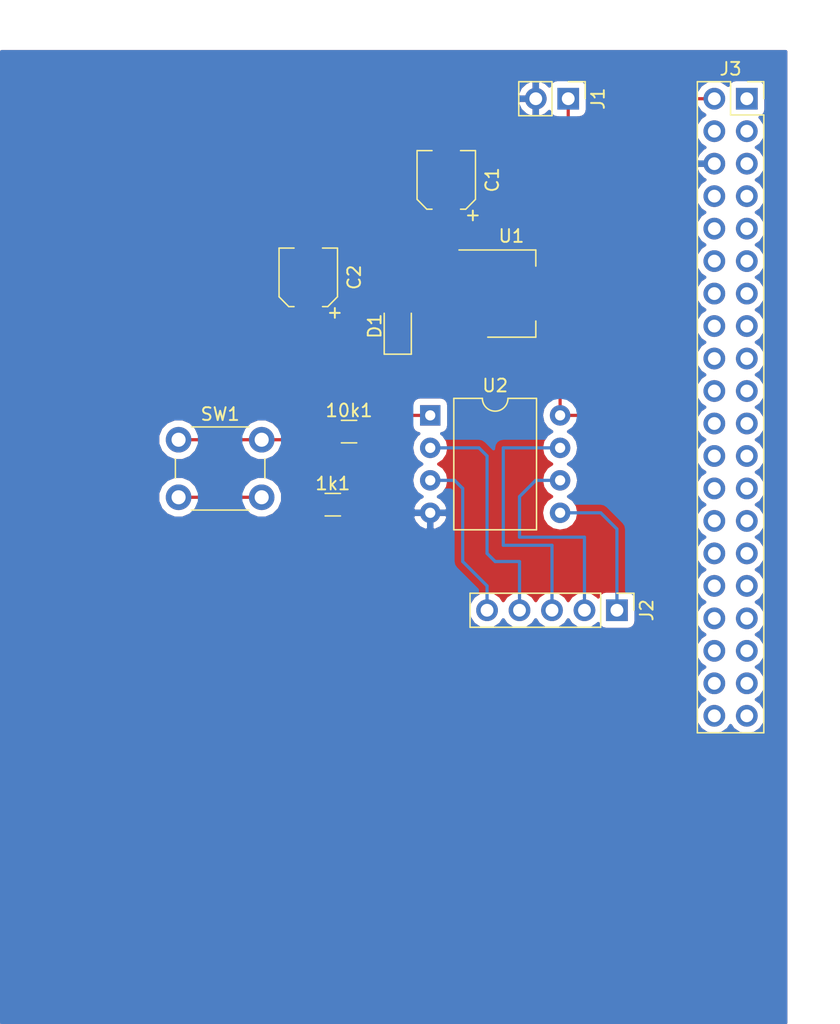
<source format=kicad_pcb>
(kicad_pcb (version 4) (host pcbnew 4.0.7)

  (general
    (links 24)
    (no_connects 0)
    (area 86.36 67.769761 152.162382 147.955001)
    (thickness 1.6)
    (drawings 0)
    (tracks 72)
    (zones 0)
    (modules 11)
    (nets 50)
  )

  (page A4)
  (layers
    (0 F.Cu signal)
    (31 B.Cu signal)
    (32 B.Adhes user)
    (33 F.Adhes user)
    (34 B.Paste user)
    (35 F.Paste user)
    (36 B.SilkS user)
    (37 F.SilkS user)
    (38 B.Mask user)
    (39 F.Mask user)
    (40 Dwgs.User user)
    (41 Cmts.User user)
    (42 Eco1.User user)
    (43 Eco2.User user)
    (44 Edge.Cuts user)
    (45 Margin user)
    (46 B.CrtYd user)
    (47 F.CrtYd user)
    (48 B.Fab user)
    (49 F.Fab user)
  )

  (setup
    (last_trace_width 0.25)
    (trace_clearance 0.2)
    (zone_clearance 0.508)
    (zone_45_only no)
    (trace_min 0.2)
    (segment_width 0.2)
    (edge_width 0.15)
    (via_size 0.6)
    (via_drill 0.4)
    (via_min_size 0.4)
    (via_min_drill 0.3)
    (uvia_size 0.3)
    (uvia_drill 0.1)
    (uvias_allowed no)
    (uvia_min_size 0.2)
    (uvia_min_drill 0.1)
    (pcb_text_width 0.3)
    (pcb_text_size 1.5 1.5)
    (mod_edge_width 0.15)
    (mod_text_size 1 1)
    (mod_text_width 0.15)
    (pad_size 1.524 1.524)
    (pad_drill 0.762)
    (pad_to_mask_clearance 0.2)
    (aux_axis_origin 0 0)
    (visible_elements 7FFFFFFF)
    (pcbplotparams
      (layerselection 0x00030_80000001)
      (usegerberextensions false)
      (excludeedgelayer true)
      (linewidth 0.100000)
      (plotframeref false)
      (viasonmask false)
      (mode 1)
      (useauxorigin false)
      (hpglpennumber 1)
      (hpglpenspeed 20)
      (hpglpendiameter 15)
      (hpglpenoverlay 2)
      (psnegative false)
      (psa4output false)
      (plotreference true)
      (plotvalue true)
      (plotinvisibletext false)
      (padsonsilk false)
      (subtractmaskfromsilk false)
      (outputformat 1)
      (mirror false)
      (drillshape 1)
      (scaleselection 1)
      (outputdirectory ""))
  )

  (net 0 "")
  (net 1 "Net-(1k1-Pad1)")
  (net 2 GND)
  (net 3 +5V)
  (net 4 "Net-(10k1-Pad2)")
  (net 5 +7.5V)
  (net 6 "Net-(C2-Pad1)")
  (net 7 "Net-(J2-Pad1)")
  (net 8 "Net-(J2-Pad2)")
  (net 9 "Net-(J2-Pad3)")
  (net 10 "Net-(J2-Pad4)")
  (net 11 "Net-(J2-Pad5)")
  (net 12 "Net-(J3-Pad1)")
  (net 13 "Net-(J3-Pad3)")
  (net 14 "Net-(J3-Pad4)")
  (net 15 "Net-(J3-Pad5)")
  (net 16 "Net-(J3-Pad7)")
  (net 17 "Net-(J3-Pad8)")
  (net 18 "Net-(J3-Pad9)")
  (net 19 "Net-(J3-Pad10)")
  (net 20 "Net-(J3-Pad11)")
  (net 21 "Net-(J3-Pad12)")
  (net 22 "Net-(J3-Pad13)")
  (net 23 "Net-(J3-Pad14)")
  (net 24 "Net-(J3-Pad15)")
  (net 25 "Net-(J3-Pad16)")
  (net 26 "Net-(J3-Pad17)")
  (net 27 "Net-(J3-Pad18)")
  (net 28 "Net-(J3-Pad19)")
  (net 29 "Net-(J3-Pad20)")
  (net 30 "Net-(J3-Pad21)")
  (net 31 "Net-(J3-Pad22)")
  (net 32 "Net-(J3-Pad23)")
  (net 33 "Net-(J3-Pad24)")
  (net 34 "Net-(J3-Pad25)")
  (net 35 "Net-(J3-Pad26)")
  (net 36 "Net-(J3-Pad27)")
  (net 37 "Net-(J3-Pad28)")
  (net 38 "Net-(J3-Pad29)")
  (net 39 "Net-(J3-Pad30)")
  (net 40 "Net-(J3-Pad31)")
  (net 41 "Net-(J3-Pad32)")
  (net 42 "Net-(J3-Pad33)")
  (net 43 "Net-(J3-Pad34)")
  (net 44 "Net-(J3-Pad35)")
  (net 45 "Net-(J3-Pad36)")
  (net 46 "Net-(J3-Pad37)")
  (net 47 "Net-(J3-Pad38)")
  (net 48 "Net-(J3-Pad39)")
  (net 49 "Net-(J3-Pad40)")

  (net_class Default "Dies ist die voreingestellte Netzklasse."
    (clearance 0.2)
    (trace_width 0.25)
    (via_dia 0.6)
    (via_drill 0.4)
    (uvia_dia 0.3)
    (uvia_drill 0.1)
    (add_net +5V)
    (add_net +7.5V)
    (add_net GND)
    (add_net "Net-(10k1-Pad2)")
    (add_net "Net-(1k1-Pad1)")
    (add_net "Net-(C2-Pad1)")
    (add_net "Net-(J2-Pad1)")
    (add_net "Net-(J2-Pad2)")
    (add_net "Net-(J2-Pad3)")
    (add_net "Net-(J2-Pad4)")
    (add_net "Net-(J2-Pad5)")
    (add_net "Net-(J3-Pad1)")
    (add_net "Net-(J3-Pad10)")
    (add_net "Net-(J3-Pad11)")
    (add_net "Net-(J3-Pad12)")
    (add_net "Net-(J3-Pad13)")
    (add_net "Net-(J3-Pad14)")
    (add_net "Net-(J3-Pad15)")
    (add_net "Net-(J3-Pad16)")
    (add_net "Net-(J3-Pad17)")
    (add_net "Net-(J3-Pad18)")
    (add_net "Net-(J3-Pad19)")
    (add_net "Net-(J3-Pad20)")
    (add_net "Net-(J3-Pad21)")
    (add_net "Net-(J3-Pad22)")
    (add_net "Net-(J3-Pad23)")
    (add_net "Net-(J3-Pad24)")
    (add_net "Net-(J3-Pad25)")
    (add_net "Net-(J3-Pad26)")
    (add_net "Net-(J3-Pad27)")
    (add_net "Net-(J3-Pad28)")
    (add_net "Net-(J3-Pad29)")
    (add_net "Net-(J3-Pad3)")
    (add_net "Net-(J3-Pad30)")
    (add_net "Net-(J3-Pad31)")
    (add_net "Net-(J3-Pad32)")
    (add_net "Net-(J3-Pad33)")
    (add_net "Net-(J3-Pad34)")
    (add_net "Net-(J3-Pad35)")
    (add_net "Net-(J3-Pad36)")
    (add_net "Net-(J3-Pad37)")
    (add_net "Net-(J3-Pad38)")
    (add_net "Net-(J3-Pad39)")
    (add_net "Net-(J3-Pad4)")
    (add_net "Net-(J3-Pad40)")
    (add_net "Net-(J3-Pad5)")
    (add_net "Net-(J3-Pad7)")
    (add_net "Net-(J3-Pad8)")
    (add_net "Net-(J3-Pad9)")
  )

  (module Housings_DIP:DIP-8_W10.16mm (layer F.Cu) (tedit 59C78D6B) (tstamp 5B4E066D)
    (at 120.015 100.33)
    (descr "8-lead though-hole mounted DIP package, row spacing 10.16 mm (400 mils)")
    (tags "THT DIP DIL PDIP 2.54mm 10.16mm 400mil")
    (path /5B4DB54D)
    (fp_text reference U2 (at 5.08 -2.33) (layer F.SilkS)
      (effects (font (size 1 1) (thickness 0.15)))
    )
    (fp_text value ATTINY85-20PU (at 5.08 9.95) (layer F.Fab)
      (effects (font (size 1 1) (thickness 0.15)))
    )
    (fp_arc (start 5.08 -1.33) (end 4.08 -1.33) (angle -180) (layer F.SilkS) (width 0.12))
    (fp_line (start 2.905 -1.27) (end 8.255 -1.27) (layer F.Fab) (width 0.1))
    (fp_line (start 8.255 -1.27) (end 8.255 8.89) (layer F.Fab) (width 0.1))
    (fp_line (start 8.255 8.89) (end 1.905 8.89) (layer F.Fab) (width 0.1))
    (fp_line (start 1.905 8.89) (end 1.905 -0.27) (layer F.Fab) (width 0.1))
    (fp_line (start 1.905 -0.27) (end 2.905 -1.27) (layer F.Fab) (width 0.1))
    (fp_line (start 4.08 -1.33) (end 1.845 -1.33) (layer F.SilkS) (width 0.12))
    (fp_line (start 1.845 -1.33) (end 1.845 8.95) (layer F.SilkS) (width 0.12))
    (fp_line (start 1.845 8.95) (end 8.315 8.95) (layer F.SilkS) (width 0.12))
    (fp_line (start 8.315 8.95) (end 8.315 -1.33) (layer F.SilkS) (width 0.12))
    (fp_line (start 8.315 -1.33) (end 6.08 -1.33) (layer F.SilkS) (width 0.12))
    (fp_line (start -1.05 -1.55) (end -1.05 9.15) (layer F.CrtYd) (width 0.05))
    (fp_line (start -1.05 9.15) (end 11.25 9.15) (layer F.CrtYd) (width 0.05))
    (fp_line (start 11.25 9.15) (end 11.25 -1.55) (layer F.CrtYd) (width 0.05))
    (fp_line (start 11.25 -1.55) (end -1.05 -1.55) (layer F.CrtYd) (width 0.05))
    (fp_text user %R (at 5.08 3.81) (layer F.Fab)
      (effects (font (size 1 1) (thickness 0.15)))
    )
    (pad 1 thru_hole rect (at 0 0) (size 1.6 1.6) (drill 0.8) (layers *.Cu *.Mask)
      (net 4 "Net-(10k1-Pad2)"))
    (pad 5 thru_hole oval (at 10.16 7.62) (size 1.6 1.6) (drill 0.8) (layers *.Cu *.Mask)
      (net 7 "Net-(J2-Pad1)"))
    (pad 2 thru_hole oval (at 0 2.54) (size 1.6 1.6) (drill 0.8) (layers *.Cu *.Mask)
      (net 10 "Net-(J2-Pad4)"))
    (pad 6 thru_hole oval (at 10.16 5.08) (size 1.6 1.6) (drill 0.8) (layers *.Cu *.Mask)
      (net 8 "Net-(J2-Pad2)"))
    (pad 3 thru_hole oval (at 0 5.08) (size 1.6 1.6) (drill 0.8) (layers *.Cu *.Mask)
      (net 11 "Net-(J2-Pad5)"))
    (pad 7 thru_hole oval (at 10.16 2.54) (size 1.6 1.6) (drill 0.8) (layers *.Cu *.Mask)
      (net 9 "Net-(J2-Pad3)"))
    (pad 4 thru_hole oval (at 0 7.62) (size 1.6 1.6) (drill 0.8) (layers *.Cu *.Mask)
      (net 2 GND))
    (pad 8 thru_hole oval (at 10.16 0) (size 1.6 1.6) (drill 0.8) (layers *.Cu *.Mask)
      (net 3 +5V))
    (model ${KISYS3DMOD}/Housings_DIP.3dshapes/DIP-8_W10.16mm.wrl
      (at (xyz 0 0 0))
      (scale (xyz 1 1 1))
      (rotate (xyz 0 0 0))
    )
  )

  (module Resistors_SMD:R_0805 (layer F.Cu) (tedit 58E0A804) (tstamp 5B4E0630)
    (at 112.395 107.315)
    (descr "Resistor SMD 0805, reflow soldering, Vishay (see dcrcw.pdf)")
    (tags "resistor 0805")
    (path /5B4E0AC5)
    (attr smd)
    (fp_text reference 1k1 (at 0 -1.65) (layer F.SilkS)
      (effects (font (size 1 1) (thickness 0.15)))
    )
    (fp_text value R (at 0 1.75) (layer F.Fab)
      (effects (font (size 1 1) (thickness 0.15)))
    )
    (fp_text user %R (at 0 0) (layer F.Fab)
      (effects (font (size 0.5 0.5) (thickness 0.075)))
    )
    (fp_line (start -1 0.62) (end -1 -0.62) (layer F.Fab) (width 0.1))
    (fp_line (start 1 0.62) (end -1 0.62) (layer F.Fab) (width 0.1))
    (fp_line (start 1 -0.62) (end 1 0.62) (layer F.Fab) (width 0.1))
    (fp_line (start -1 -0.62) (end 1 -0.62) (layer F.Fab) (width 0.1))
    (fp_line (start 0.6 0.88) (end -0.6 0.88) (layer F.SilkS) (width 0.12))
    (fp_line (start -0.6 -0.88) (end 0.6 -0.88) (layer F.SilkS) (width 0.12))
    (fp_line (start -1.55 -0.9) (end 1.55 -0.9) (layer F.CrtYd) (width 0.05))
    (fp_line (start -1.55 -0.9) (end -1.55 0.9) (layer F.CrtYd) (width 0.05))
    (fp_line (start 1.55 0.9) (end 1.55 -0.9) (layer F.CrtYd) (width 0.05))
    (fp_line (start 1.55 0.9) (end -1.55 0.9) (layer F.CrtYd) (width 0.05))
    (pad 1 smd rect (at -0.95 0) (size 0.7 1.3) (layers F.Cu F.Paste F.Mask)
      (net 1 "Net-(1k1-Pad1)"))
    (pad 2 smd rect (at 0.95 0) (size 0.7 1.3) (layers F.Cu F.Paste F.Mask)
      (net 2 GND))
    (model ${KISYS3DMOD}/Resistors_SMD.3dshapes/R_0805.wrl
      (at (xyz 0 0 0))
      (scale (xyz 1 1 1))
      (rotate (xyz 0 0 0))
    )
  )

  (module Resistors_SMD:R_0805 (layer F.Cu) (tedit 58E0A804) (tstamp 5B4E0636)
    (at 113.665 101.6)
    (descr "Resistor SMD 0805, reflow soldering, Vishay (see dcrcw.pdf)")
    (tags "resistor 0805")
    (path /5B4E09B4)
    (attr smd)
    (fp_text reference 10k1 (at 0 -1.65) (layer F.SilkS)
      (effects (font (size 1 1) (thickness 0.15)))
    )
    (fp_text value R (at 0 1.75) (layer F.Fab)
      (effects (font (size 1 1) (thickness 0.15)))
    )
    (fp_text user %R (at 0 0) (layer F.Fab)
      (effects (font (size 0.5 0.5) (thickness 0.075)))
    )
    (fp_line (start -1 0.62) (end -1 -0.62) (layer F.Fab) (width 0.1))
    (fp_line (start 1 0.62) (end -1 0.62) (layer F.Fab) (width 0.1))
    (fp_line (start 1 -0.62) (end 1 0.62) (layer F.Fab) (width 0.1))
    (fp_line (start -1 -0.62) (end 1 -0.62) (layer F.Fab) (width 0.1))
    (fp_line (start 0.6 0.88) (end -0.6 0.88) (layer F.SilkS) (width 0.12))
    (fp_line (start -0.6 -0.88) (end 0.6 -0.88) (layer F.SilkS) (width 0.12))
    (fp_line (start -1.55 -0.9) (end 1.55 -0.9) (layer F.CrtYd) (width 0.05))
    (fp_line (start -1.55 -0.9) (end -1.55 0.9) (layer F.CrtYd) (width 0.05))
    (fp_line (start 1.55 0.9) (end 1.55 -0.9) (layer F.CrtYd) (width 0.05))
    (fp_line (start 1.55 0.9) (end -1.55 0.9) (layer F.CrtYd) (width 0.05))
    (pad 1 smd rect (at -0.95 0) (size 0.7 1.3) (layers F.Cu F.Paste F.Mask)
      (net 3 +5V))
    (pad 2 smd rect (at 0.95 0) (size 0.7 1.3) (layers F.Cu F.Paste F.Mask)
      (net 4 "Net-(10k1-Pad2)"))
    (model ${KISYS3DMOD}/Resistors_SMD.3dshapes/R_0805.wrl
      (at (xyz 0 0 0))
      (scale (xyz 1 1 1))
      (rotate (xyz 0 0 0))
    )
  )

  (module Capacitors_SMD:CP_Elec_4x4.5 (layer F.Cu) (tedit 58AA85E3) (tstamp 5B4E063C)
    (at 121.285 81.915 90)
    (descr "SMT capacitor, aluminium electrolytic, 4x4.5")
    (path /5B4DB68C)
    (attr smd)
    (fp_text reference C1 (at 0 3.58 270) (layer F.SilkS)
      (effects (font (size 1 1) (thickness 0.15)))
    )
    (fp_text value CP (at 0 -3.45 270) (layer F.Fab)
      (effects (font (size 1 1) (thickness 0.15)))
    )
    (fp_circle (center 0 0) (end 0.1 2.1) (layer F.Fab) (width 0.1))
    (fp_text user + (at -1.24 -0.08 90) (layer F.Fab)
      (effects (font (size 1 1) (thickness 0.15)))
    )
    (fp_text user + (at -2.78 1.99 270) (layer F.SilkS)
      (effects (font (size 1 1) (thickness 0.15)))
    )
    (fp_text user %R (at 0 3.58 270) (layer F.Fab)
      (effects (font (size 1 1) (thickness 0.15)))
    )
    (fp_line (start 2.13 2.12) (end 2.13 -2.15) (layer F.Fab) (width 0.1))
    (fp_line (start -1.46 2.12) (end 2.13 2.12) (layer F.Fab) (width 0.1))
    (fp_line (start -2.13 1.45) (end -1.46 2.12) (layer F.Fab) (width 0.1))
    (fp_line (start -2.13 -1.47) (end -2.13 1.45) (layer F.Fab) (width 0.1))
    (fp_line (start -1.46 -2.15) (end -2.13 -1.47) (layer F.Fab) (width 0.1))
    (fp_line (start 2.13 -2.15) (end -1.46 -2.15) (layer F.Fab) (width 0.1))
    (fp_line (start 2.29 -2.3) (end 2.29 -1.13) (layer F.SilkS) (width 0.12))
    (fp_line (start 2.29 2.27) (end 2.29 1.1) (layer F.SilkS) (width 0.12))
    (fp_line (start -2.29 1.51) (end -2.29 1.1) (layer F.SilkS) (width 0.12))
    (fp_line (start -2.29 -1.54) (end -2.29 -1.13) (layer F.SilkS) (width 0.12))
    (fp_line (start -1.52 -2.3) (end 2.29 -2.3) (layer F.SilkS) (width 0.12))
    (fp_line (start -1.52 -2.3) (end -2.29 -1.54) (layer F.SilkS) (width 0.12))
    (fp_line (start -1.52 2.27) (end 2.29 2.27) (layer F.SilkS) (width 0.12))
    (fp_line (start -1.52 2.27) (end -2.29 1.51) (layer F.SilkS) (width 0.12))
    (fp_line (start -3.35 -2.4) (end 3.35 -2.4) (layer F.CrtYd) (width 0.05))
    (fp_line (start -3.35 -2.4) (end -3.35 2.37) (layer F.CrtYd) (width 0.05))
    (fp_line (start 3.35 2.37) (end 3.35 -2.4) (layer F.CrtYd) (width 0.05))
    (fp_line (start 3.35 2.37) (end -3.35 2.37) (layer F.CrtYd) (width 0.05))
    (pad 1 smd rect (at -1.8 0 270) (size 2.6 1.6) (layers F.Cu F.Paste F.Mask)
      (net 5 +7.5V))
    (pad 2 smd rect (at 1.8 0 270) (size 2.6 1.6) (layers F.Cu F.Paste F.Mask)
      (net 2 GND))
    (model Capacitors_SMD.3dshapes/CP_Elec_4x4.5.wrl
      (at (xyz 0 0 0))
      (scale (xyz 1 1 1))
      (rotate (xyz 0 0 180))
    )
  )

  (module Capacitors_SMD:CP_Elec_4x4.5 (layer F.Cu) (tedit 58AA85E3) (tstamp 5B4E0642)
    (at 110.49 89.535 90)
    (descr "SMT capacitor, aluminium electrolytic, 4x4.5")
    (path /5B4DB6EB)
    (attr smd)
    (fp_text reference C2 (at 0 3.58 270) (layer F.SilkS)
      (effects (font (size 1 1) (thickness 0.15)))
    )
    (fp_text value CP (at 0 -3.45 270) (layer F.Fab)
      (effects (font (size 1 1) (thickness 0.15)))
    )
    (fp_circle (center 0 0) (end 0.1 2.1) (layer F.Fab) (width 0.1))
    (fp_text user + (at -1.24 -0.08 90) (layer F.Fab)
      (effects (font (size 1 1) (thickness 0.15)))
    )
    (fp_text user + (at -2.78 1.99 270) (layer F.SilkS)
      (effects (font (size 1 1) (thickness 0.15)))
    )
    (fp_text user %R (at 0 3.58 270) (layer F.Fab)
      (effects (font (size 1 1) (thickness 0.15)))
    )
    (fp_line (start 2.13 2.12) (end 2.13 -2.15) (layer F.Fab) (width 0.1))
    (fp_line (start -1.46 2.12) (end 2.13 2.12) (layer F.Fab) (width 0.1))
    (fp_line (start -2.13 1.45) (end -1.46 2.12) (layer F.Fab) (width 0.1))
    (fp_line (start -2.13 -1.47) (end -2.13 1.45) (layer F.Fab) (width 0.1))
    (fp_line (start -1.46 -2.15) (end -2.13 -1.47) (layer F.Fab) (width 0.1))
    (fp_line (start 2.13 -2.15) (end -1.46 -2.15) (layer F.Fab) (width 0.1))
    (fp_line (start 2.29 -2.3) (end 2.29 -1.13) (layer F.SilkS) (width 0.12))
    (fp_line (start 2.29 2.27) (end 2.29 1.1) (layer F.SilkS) (width 0.12))
    (fp_line (start -2.29 1.51) (end -2.29 1.1) (layer F.SilkS) (width 0.12))
    (fp_line (start -2.29 -1.54) (end -2.29 -1.13) (layer F.SilkS) (width 0.12))
    (fp_line (start -1.52 -2.3) (end 2.29 -2.3) (layer F.SilkS) (width 0.12))
    (fp_line (start -1.52 -2.3) (end -2.29 -1.54) (layer F.SilkS) (width 0.12))
    (fp_line (start -1.52 2.27) (end 2.29 2.27) (layer F.SilkS) (width 0.12))
    (fp_line (start -1.52 2.27) (end -2.29 1.51) (layer F.SilkS) (width 0.12))
    (fp_line (start -3.35 -2.4) (end 3.35 -2.4) (layer F.CrtYd) (width 0.05))
    (fp_line (start -3.35 -2.4) (end -3.35 2.37) (layer F.CrtYd) (width 0.05))
    (fp_line (start 3.35 2.37) (end 3.35 -2.4) (layer F.CrtYd) (width 0.05))
    (fp_line (start 3.35 2.37) (end -3.35 2.37) (layer F.CrtYd) (width 0.05))
    (pad 1 smd rect (at -1.8 0 270) (size 2.6 1.6) (layers F.Cu F.Paste F.Mask)
      (net 6 "Net-(C2-Pad1)"))
    (pad 2 smd rect (at 1.8 0 270) (size 2.6 1.6) (layers F.Cu F.Paste F.Mask)
      (net 2 GND))
    (model Capacitors_SMD.3dshapes/CP_Elec_4x4.5.wrl
      (at (xyz 0 0 0))
      (scale (xyz 1 1 1))
      (rotate (xyz 0 0 180))
    )
  )

  (module Diodes_SMD:D_1206 (layer F.Cu) (tedit 590CEAF5) (tstamp 5B4E0648)
    (at 117.475 93.345 90)
    (descr "Diode SMD 1206, reflow soldering http://datasheets.avx.com/schottky.pdf")
    (tags "Diode 1206")
    (path /5B4DB4D7)
    (attr smd)
    (fp_text reference D1 (at 0 -1.8 90) (layer F.SilkS)
      (effects (font (size 1 1) (thickness 0.15)))
    )
    (fp_text value D (at 0 1.9 90) (layer F.Fab)
      (effects (font (size 1 1) (thickness 0.15)))
    )
    (fp_text user %R (at 0 -1.8 90) (layer F.Fab)
      (effects (font (size 1 1) (thickness 0.15)))
    )
    (fp_line (start -0.254 -0.254) (end -0.254 0.254) (layer F.Fab) (width 0.1))
    (fp_line (start 0.127 0) (end 0.381 0) (layer F.Fab) (width 0.1))
    (fp_line (start -0.254 0) (end -0.508 0) (layer F.Fab) (width 0.1))
    (fp_line (start 0.127 0.254) (end -0.254 0) (layer F.Fab) (width 0.1))
    (fp_line (start 0.127 -0.254) (end 0.127 0.254) (layer F.Fab) (width 0.1))
    (fp_line (start -0.254 0) (end 0.127 -0.254) (layer F.Fab) (width 0.1))
    (fp_line (start -2.2 -1.06) (end -2.2 1.06) (layer F.SilkS) (width 0.12))
    (fp_line (start -1.7 0.95) (end -1.7 -0.95) (layer F.Fab) (width 0.1))
    (fp_line (start 1.7 0.95) (end -1.7 0.95) (layer F.Fab) (width 0.1))
    (fp_line (start 1.7 -0.95) (end 1.7 0.95) (layer F.Fab) (width 0.1))
    (fp_line (start -1.7 -0.95) (end 1.7 -0.95) (layer F.Fab) (width 0.1))
    (fp_line (start -2.3 -1.16) (end 2.3 -1.16) (layer F.CrtYd) (width 0.05))
    (fp_line (start -2.3 1.16) (end 2.3 1.16) (layer F.CrtYd) (width 0.05))
    (fp_line (start -2.3 -1.16) (end -2.3 1.16) (layer F.CrtYd) (width 0.05))
    (fp_line (start 2.3 -1.16) (end 2.3 1.16) (layer F.CrtYd) (width 0.05))
    (fp_line (start 1 -1.06) (end -2.2 -1.06) (layer F.SilkS) (width 0.12))
    (fp_line (start -2.2 1.06) (end 1 1.06) (layer F.SilkS) (width 0.12))
    (pad 1 smd rect (at -1.5 0 90) (size 1 1.6) (layers F.Cu F.Paste F.Mask)
      (net 3 +5V))
    (pad 2 smd rect (at 1.5 0 90) (size 1 1.6) (layers F.Cu F.Paste F.Mask)
      (net 6 "Net-(C2-Pad1)"))
    (model ${KISYS3DMOD}/Diodes_SMD.3dshapes/D_1206.wrl
      (at (xyz 0 0 0))
      (scale (xyz 1 1 1))
      (rotate (xyz 0 0 0))
    )
  )

  (module Buttons_Switches_THT:SW_PUSH_6mm (layer F.Cu) (tedit 5923F252) (tstamp 5B4E0659)
    (at 100.33 102.235)
    (descr https://www.omron.com/ecb/products/pdf/en-b3f.pdf)
    (tags "tact sw push 6mm")
    (path /5B4E0DEE)
    (fp_text reference SW1 (at 3.25 -2) (layer F.SilkS)
      (effects (font (size 1 1) (thickness 0.15)))
    )
    (fp_text value SW_DPST_x2 (at 3.75 6.7) (layer F.Fab)
      (effects (font (size 1 1) (thickness 0.15)))
    )
    (fp_text user %R (at 3.25 2.25) (layer F.Fab)
      (effects (font (size 1 1) (thickness 0.15)))
    )
    (fp_line (start 3.25 -0.75) (end 6.25 -0.75) (layer F.Fab) (width 0.1))
    (fp_line (start 6.25 -0.75) (end 6.25 5.25) (layer F.Fab) (width 0.1))
    (fp_line (start 6.25 5.25) (end 0.25 5.25) (layer F.Fab) (width 0.1))
    (fp_line (start 0.25 5.25) (end 0.25 -0.75) (layer F.Fab) (width 0.1))
    (fp_line (start 0.25 -0.75) (end 3.25 -0.75) (layer F.Fab) (width 0.1))
    (fp_line (start 7.75 6) (end 8 6) (layer F.CrtYd) (width 0.05))
    (fp_line (start 8 6) (end 8 5.75) (layer F.CrtYd) (width 0.05))
    (fp_line (start 7.75 -1.5) (end 8 -1.5) (layer F.CrtYd) (width 0.05))
    (fp_line (start 8 -1.5) (end 8 -1.25) (layer F.CrtYd) (width 0.05))
    (fp_line (start -1.5 -1.25) (end -1.5 -1.5) (layer F.CrtYd) (width 0.05))
    (fp_line (start -1.5 -1.5) (end -1.25 -1.5) (layer F.CrtYd) (width 0.05))
    (fp_line (start -1.5 5.75) (end -1.5 6) (layer F.CrtYd) (width 0.05))
    (fp_line (start -1.5 6) (end -1.25 6) (layer F.CrtYd) (width 0.05))
    (fp_line (start -1.25 -1.5) (end 7.75 -1.5) (layer F.CrtYd) (width 0.05))
    (fp_line (start -1.5 5.75) (end -1.5 -1.25) (layer F.CrtYd) (width 0.05))
    (fp_line (start 7.75 6) (end -1.25 6) (layer F.CrtYd) (width 0.05))
    (fp_line (start 8 -1.25) (end 8 5.75) (layer F.CrtYd) (width 0.05))
    (fp_line (start 1 5.5) (end 5.5 5.5) (layer F.SilkS) (width 0.12))
    (fp_line (start -0.25 1.5) (end -0.25 3) (layer F.SilkS) (width 0.12))
    (fp_line (start 5.5 -1) (end 1 -1) (layer F.SilkS) (width 0.12))
    (fp_line (start 6.75 3) (end 6.75 1.5) (layer F.SilkS) (width 0.12))
    (fp_circle (center 3.25 2.25) (end 1.25 2.5) (layer F.Fab) (width 0.1))
    (pad 2 thru_hole circle (at 0 4.5 90) (size 2 2) (drill 1.1) (layers *.Cu *.Mask)
      (net 1 "Net-(1k1-Pad1)"))
    (pad 1 thru_hole circle (at 0 0 90) (size 2 2) (drill 1.1) (layers *.Cu *.Mask)
      (net 4 "Net-(10k1-Pad2)"))
    (pad 2 thru_hole circle (at 6.5 4.5 90) (size 2 2) (drill 1.1) (layers *.Cu *.Mask)
      (net 1 "Net-(1k1-Pad1)"))
    (pad 1 thru_hole circle (at 6.5 0 90) (size 2 2) (drill 1.1) (layers *.Cu *.Mask)
      (net 4 "Net-(10k1-Pad2)"))
    (model ${KISYS3DMOD}/Buttons_Switches_THT.3dshapes/SW_PUSH_6mm.wrl
      (at (xyz 0.005 0 0))
      (scale (xyz 0.3937 0.3937 0.3937))
      (rotate (xyz 0 0 0))
    )
  )

  (module TO_SOT_Packages_SMD:SOT-223-3_TabPin2 (layer F.Cu) (tedit 58CE4E7E) (tstamp 5B4E0661)
    (at 126.365 90.805)
    (descr "module CMS SOT223 4 pins")
    (tags "CMS SOT")
    (path /5B4DB362)
    (attr smd)
    (fp_text reference U1 (at 0 -4.5) (layer F.SilkS)
      (effects (font (size 1 1) (thickness 0.15)))
    )
    (fp_text value AP1117-50 (at 0 4.5) (layer F.Fab)
      (effects (font (size 1 1) (thickness 0.15)))
    )
    (fp_text user %R (at 0 0 90) (layer F.Fab)
      (effects (font (size 0.8 0.8) (thickness 0.12)))
    )
    (fp_line (start 1.91 3.41) (end 1.91 2.15) (layer F.SilkS) (width 0.12))
    (fp_line (start 1.91 -3.41) (end 1.91 -2.15) (layer F.SilkS) (width 0.12))
    (fp_line (start 4.4 -3.6) (end -4.4 -3.6) (layer F.CrtYd) (width 0.05))
    (fp_line (start 4.4 3.6) (end 4.4 -3.6) (layer F.CrtYd) (width 0.05))
    (fp_line (start -4.4 3.6) (end 4.4 3.6) (layer F.CrtYd) (width 0.05))
    (fp_line (start -4.4 -3.6) (end -4.4 3.6) (layer F.CrtYd) (width 0.05))
    (fp_line (start -1.85 -2.35) (end -0.85 -3.35) (layer F.Fab) (width 0.1))
    (fp_line (start -1.85 -2.35) (end -1.85 3.35) (layer F.Fab) (width 0.1))
    (fp_line (start -1.85 3.41) (end 1.91 3.41) (layer F.SilkS) (width 0.12))
    (fp_line (start -0.85 -3.35) (end 1.85 -3.35) (layer F.Fab) (width 0.1))
    (fp_line (start -4.1 -3.41) (end 1.91 -3.41) (layer F.SilkS) (width 0.12))
    (fp_line (start -1.85 3.35) (end 1.85 3.35) (layer F.Fab) (width 0.1))
    (fp_line (start 1.85 -3.35) (end 1.85 3.35) (layer F.Fab) (width 0.1))
    (pad 2 smd rect (at 3.15 0) (size 2 3.8) (layers F.Cu F.Paste F.Mask)
      (net 6 "Net-(C2-Pad1)"))
    (pad 2 smd rect (at -3.15 0) (size 2 1.5) (layers F.Cu F.Paste F.Mask)
      (net 6 "Net-(C2-Pad1)"))
    (pad 3 smd rect (at -3.15 2.3) (size 2 1.5) (layers F.Cu F.Paste F.Mask)
      (net 5 +7.5V))
    (pad 1 smd rect (at -3.15 -2.3) (size 2 1.5) (layers F.Cu F.Paste F.Mask)
      (net 2 GND))
    (model ${KISYS3DMOD}/TO_SOT_Packages_SMD.3dshapes/SOT-223.wrl
      (at (xyz 0 0 0))
      (scale (xyz 1 1 1))
      (rotate (xyz 0 0 0))
    )
  )

  (module Socket_Strips:Socket_Strip_Straight_2x20_Pitch2.54mm (layer F.Cu) (tedit 58CD544A) (tstamp 5B507056)
    (at 144.78 75.565)
    (descr "Through hole straight socket strip, 2x20, 2.54mm pitch, double rows")
    (tags "Through hole socket strip THT 2x20 2.54mm double row")
    (path /5B5074F3)
    (fp_text reference J3 (at -1.27 -2.33) (layer F.SilkS)
      (effects (font (size 1 1) (thickness 0.15)))
    )
    (fp_text value Conn_02x20_Odd_Even (at -1.27 50.59) (layer F.Fab)
      (effects (font (size 1 1) (thickness 0.15)))
    )
    (fp_line (start -3.81 -1.27) (end -3.81 49.53) (layer F.Fab) (width 0.1))
    (fp_line (start -3.81 49.53) (end 1.27 49.53) (layer F.Fab) (width 0.1))
    (fp_line (start 1.27 49.53) (end 1.27 -1.27) (layer F.Fab) (width 0.1))
    (fp_line (start 1.27 -1.27) (end -3.81 -1.27) (layer F.Fab) (width 0.1))
    (fp_line (start 1.33 1.27) (end 1.33 49.59) (layer F.SilkS) (width 0.12))
    (fp_line (start 1.33 49.59) (end -3.87 49.59) (layer F.SilkS) (width 0.12))
    (fp_line (start -3.87 49.59) (end -3.87 -1.33) (layer F.SilkS) (width 0.12))
    (fp_line (start -3.87 -1.33) (end -1.27 -1.33) (layer F.SilkS) (width 0.12))
    (fp_line (start -1.27 -1.33) (end -1.27 1.27) (layer F.SilkS) (width 0.12))
    (fp_line (start -1.27 1.27) (end 1.33 1.27) (layer F.SilkS) (width 0.12))
    (fp_line (start 1.33 0) (end 1.33 -1.33) (layer F.SilkS) (width 0.12))
    (fp_line (start 1.33 -1.33) (end 0.06 -1.33) (layer F.SilkS) (width 0.12))
    (fp_line (start -4.35 -1.8) (end -4.35 50.05) (layer F.CrtYd) (width 0.05))
    (fp_line (start -4.35 50.05) (end 1.8 50.05) (layer F.CrtYd) (width 0.05))
    (fp_line (start 1.8 50.05) (end 1.8 -1.8) (layer F.CrtYd) (width 0.05))
    (fp_line (start 1.8 -1.8) (end -4.35 -1.8) (layer F.CrtYd) (width 0.05))
    (fp_text user %R (at -1.27 -2.33) (layer F.Fab)
      (effects (font (size 1 1) (thickness 0.15)))
    )
    (pad 1 thru_hole rect (at 0 0) (size 1.7 1.7) (drill 1) (layers *.Cu *.Mask)
      (net 12 "Net-(J3-Pad1)"))
    (pad 2 thru_hole oval (at -2.54 0) (size 1.7 1.7) (drill 1) (layers *.Cu *.Mask)
      (net 3 +5V))
    (pad 3 thru_hole oval (at 0 2.54) (size 1.7 1.7) (drill 1) (layers *.Cu *.Mask)
      (net 13 "Net-(J3-Pad3)"))
    (pad 4 thru_hole oval (at -2.54 2.54) (size 1.7 1.7) (drill 1) (layers *.Cu *.Mask)
      (net 14 "Net-(J3-Pad4)"))
    (pad 5 thru_hole oval (at 0 5.08) (size 1.7 1.7) (drill 1) (layers *.Cu *.Mask)
      (net 15 "Net-(J3-Pad5)"))
    (pad 6 thru_hole oval (at -2.54 5.08) (size 1.7 1.7) (drill 1) (layers *.Cu *.Mask)
      (net 2 GND))
    (pad 7 thru_hole oval (at 0 7.62) (size 1.7 1.7) (drill 1) (layers *.Cu *.Mask)
      (net 16 "Net-(J3-Pad7)"))
    (pad 8 thru_hole oval (at -2.54 7.62) (size 1.7 1.7) (drill 1) (layers *.Cu *.Mask)
      (net 17 "Net-(J3-Pad8)"))
    (pad 9 thru_hole oval (at 0 10.16) (size 1.7 1.7) (drill 1) (layers *.Cu *.Mask)
      (net 18 "Net-(J3-Pad9)"))
    (pad 10 thru_hole oval (at -2.54 10.16) (size 1.7 1.7) (drill 1) (layers *.Cu *.Mask)
      (net 19 "Net-(J3-Pad10)"))
    (pad 11 thru_hole oval (at 0 12.7) (size 1.7 1.7) (drill 1) (layers *.Cu *.Mask)
      (net 20 "Net-(J3-Pad11)"))
    (pad 12 thru_hole oval (at -2.54 12.7) (size 1.7 1.7) (drill 1) (layers *.Cu *.Mask)
      (net 21 "Net-(J3-Pad12)"))
    (pad 13 thru_hole oval (at 0 15.24) (size 1.7 1.7) (drill 1) (layers *.Cu *.Mask)
      (net 22 "Net-(J3-Pad13)"))
    (pad 14 thru_hole oval (at -2.54 15.24) (size 1.7 1.7) (drill 1) (layers *.Cu *.Mask)
      (net 23 "Net-(J3-Pad14)"))
    (pad 15 thru_hole oval (at 0 17.78) (size 1.7 1.7) (drill 1) (layers *.Cu *.Mask)
      (net 24 "Net-(J3-Pad15)"))
    (pad 16 thru_hole oval (at -2.54 17.78) (size 1.7 1.7) (drill 1) (layers *.Cu *.Mask)
      (net 25 "Net-(J3-Pad16)"))
    (pad 17 thru_hole oval (at 0 20.32) (size 1.7 1.7) (drill 1) (layers *.Cu *.Mask)
      (net 26 "Net-(J3-Pad17)"))
    (pad 18 thru_hole oval (at -2.54 20.32) (size 1.7 1.7) (drill 1) (layers *.Cu *.Mask)
      (net 27 "Net-(J3-Pad18)"))
    (pad 19 thru_hole oval (at 0 22.86) (size 1.7 1.7) (drill 1) (layers *.Cu *.Mask)
      (net 28 "Net-(J3-Pad19)"))
    (pad 20 thru_hole oval (at -2.54 22.86) (size 1.7 1.7) (drill 1) (layers *.Cu *.Mask)
      (net 29 "Net-(J3-Pad20)"))
    (pad 21 thru_hole oval (at 0 25.4) (size 1.7 1.7) (drill 1) (layers *.Cu *.Mask)
      (net 30 "Net-(J3-Pad21)"))
    (pad 22 thru_hole oval (at -2.54 25.4) (size 1.7 1.7) (drill 1) (layers *.Cu *.Mask)
      (net 31 "Net-(J3-Pad22)"))
    (pad 23 thru_hole oval (at 0 27.94) (size 1.7 1.7) (drill 1) (layers *.Cu *.Mask)
      (net 32 "Net-(J3-Pad23)"))
    (pad 24 thru_hole oval (at -2.54 27.94) (size 1.7 1.7) (drill 1) (layers *.Cu *.Mask)
      (net 33 "Net-(J3-Pad24)"))
    (pad 25 thru_hole oval (at 0 30.48) (size 1.7 1.7) (drill 1) (layers *.Cu *.Mask)
      (net 34 "Net-(J3-Pad25)"))
    (pad 26 thru_hole oval (at -2.54 30.48) (size 1.7 1.7) (drill 1) (layers *.Cu *.Mask)
      (net 35 "Net-(J3-Pad26)"))
    (pad 27 thru_hole oval (at 0 33.02) (size 1.7 1.7) (drill 1) (layers *.Cu *.Mask)
      (net 36 "Net-(J3-Pad27)"))
    (pad 28 thru_hole oval (at -2.54 33.02) (size 1.7 1.7) (drill 1) (layers *.Cu *.Mask)
      (net 37 "Net-(J3-Pad28)"))
    (pad 29 thru_hole oval (at 0 35.56) (size 1.7 1.7) (drill 1) (layers *.Cu *.Mask)
      (net 38 "Net-(J3-Pad29)"))
    (pad 30 thru_hole oval (at -2.54 35.56) (size 1.7 1.7) (drill 1) (layers *.Cu *.Mask)
      (net 39 "Net-(J3-Pad30)"))
    (pad 31 thru_hole oval (at 0 38.1) (size 1.7 1.7) (drill 1) (layers *.Cu *.Mask)
      (net 40 "Net-(J3-Pad31)"))
    (pad 32 thru_hole oval (at -2.54 38.1) (size 1.7 1.7) (drill 1) (layers *.Cu *.Mask)
      (net 41 "Net-(J3-Pad32)"))
    (pad 33 thru_hole oval (at 0 40.64) (size 1.7 1.7) (drill 1) (layers *.Cu *.Mask)
      (net 42 "Net-(J3-Pad33)"))
    (pad 34 thru_hole oval (at -2.54 40.64) (size 1.7 1.7) (drill 1) (layers *.Cu *.Mask)
      (net 43 "Net-(J3-Pad34)"))
    (pad 35 thru_hole oval (at 0 43.18) (size 1.7 1.7) (drill 1) (layers *.Cu *.Mask)
      (net 44 "Net-(J3-Pad35)"))
    (pad 36 thru_hole oval (at -2.54 43.18) (size 1.7 1.7) (drill 1) (layers *.Cu *.Mask)
      (net 45 "Net-(J3-Pad36)"))
    (pad 37 thru_hole oval (at 0 45.72) (size 1.7 1.7) (drill 1) (layers *.Cu *.Mask)
      (net 46 "Net-(J3-Pad37)"))
    (pad 38 thru_hole oval (at -2.54 45.72) (size 1.7 1.7) (drill 1) (layers *.Cu *.Mask)
      (net 47 "Net-(J3-Pad38)"))
    (pad 39 thru_hole oval (at 0 48.26) (size 1.7 1.7) (drill 1) (layers *.Cu *.Mask)
      (net 48 "Net-(J3-Pad39)"))
    (pad 40 thru_hole oval (at -2.54 48.26) (size 1.7 1.7) (drill 1) (layers *.Cu *.Mask)
      (net 49 "Net-(J3-Pad40)"))
    (model ${KISYS3DMOD}/Socket_Strips.3dshapes/Socket_Strip_Straight_2x20_Pitch2.54mm.wrl
      (at (xyz -0.05 -0.95 0))
      (scale (xyz 1 1 1))
      (rotate (xyz 0 0 270))
    )
  )

  (module Socket_Strips:Socket_Strip_Straight_1x02_Pitch2.54mm (layer F.Cu) (tedit 58CD5446) (tstamp 5B50721A)
    (at 130.81 75.565 270)
    (descr "Through hole straight socket strip, 1x02, 2.54mm pitch, single row")
    (tags "Through hole socket strip THT 1x02 2.54mm single row")
    (path /5B5075EC)
    (fp_text reference J1 (at 0 -2.33 270) (layer F.SilkS)
      (effects (font (size 1 1) (thickness 0.15)))
    )
    (fp_text value Conn_01x02_Female (at 0 4.87 270) (layer F.Fab)
      (effects (font (size 1 1) (thickness 0.15)))
    )
    (fp_line (start -1.27 -1.27) (end -1.27 3.81) (layer F.Fab) (width 0.1))
    (fp_line (start -1.27 3.81) (end 1.27 3.81) (layer F.Fab) (width 0.1))
    (fp_line (start 1.27 3.81) (end 1.27 -1.27) (layer F.Fab) (width 0.1))
    (fp_line (start 1.27 -1.27) (end -1.27 -1.27) (layer F.Fab) (width 0.1))
    (fp_line (start -1.33 1.27) (end -1.33 3.87) (layer F.SilkS) (width 0.12))
    (fp_line (start -1.33 3.87) (end 1.33 3.87) (layer F.SilkS) (width 0.12))
    (fp_line (start 1.33 3.87) (end 1.33 1.27) (layer F.SilkS) (width 0.12))
    (fp_line (start 1.33 1.27) (end -1.33 1.27) (layer F.SilkS) (width 0.12))
    (fp_line (start -1.33 0) (end -1.33 -1.33) (layer F.SilkS) (width 0.12))
    (fp_line (start -1.33 -1.33) (end 0 -1.33) (layer F.SilkS) (width 0.12))
    (fp_line (start -1.8 -1.8) (end -1.8 4.35) (layer F.CrtYd) (width 0.05))
    (fp_line (start -1.8 4.35) (end 1.8 4.35) (layer F.CrtYd) (width 0.05))
    (fp_line (start 1.8 4.35) (end 1.8 -1.8) (layer F.CrtYd) (width 0.05))
    (fp_line (start 1.8 -1.8) (end -1.8 -1.8) (layer F.CrtYd) (width 0.05))
    (fp_text user %R (at 0 -2.33 270) (layer F.Fab)
      (effects (font (size 1 1) (thickness 0.15)))
    )
    (pad 1 thru_hole rect (at 0 0 270) (size 1.7 1.7) (drill 1) (layers *.Cu *.Mask)
      (net 5 +7.5V))
    (pad 2 thru_hole oval (at 0 2.54 270) (size 1.7 1.7) (drill 1) (layers *.Cu *.Mask)
      (net 2 GND))
    (model ${KISYS3DMOD}/Socket_Strips.3dshapes/Socket_Strip_Straight_1x02_Pitch2.54mm.wrl
      (at (xyz 0 -0.05 0))
      (scale (xyz 1 1 1))
      (rotate (xyz 0 0 270))
    )
  )

  (module Pin_Headers:Pin_Header_Straight_1x05_Pitch2.54mm (layer F.Cu) (tedit 59650532) (tstamp 5B50721F)
    (at 134.62 115.57 270)
    (descr "Through hole straight pin header, 1x05, 2.54mm pitch, single row")
    (tags "Through hole pin header THT 1x05 2.54mm single row")
    (path /5B4E0667)
    (fp_text reference J2 (at 0 -2.33 270) (layer F.SilkS)
      (effects (font (size 1 1) (thickness 0.15)))
    )
    (fp_text value Conn_01x05_Male (at 0 12.49 270) (layer F.Fab)
      (effects (font (size 1 1) (thickness 0.15)))
    )
    (fp_line (start -0.635 -1.27) (end 1.27 -1.27) (layer F.Fab) (width 0.1))
    (fp_line (start 1.27 -1.27) (end 1.27 11.43) (layer F.Fab) (width 0.1))
    (fp_line (start 1.27 11.43) (end -1.27 11.43) (layer F.Fab) (width 0.1))
    (fp_line (start -1.27 11.43) (end -1.27 -0.635) (layer F.Fab) (width 0.1))
    (fp_line (start -1.27 -0.635) (end -0.635 -1.27) (layer F.Fab) (width 0.1))
    (fp_line (start -1.33 11.49) (end 1.33 11.49) (layer F.SilkS) (width 0.12))
    (fp_line (start -1.33 1.27) (end -1.33 11.49) (layer F.SilkS) (width 0.12))
    (fp_line (start 1.33 1.27) (end 1.33 11.49) (layer F.SilkS) (width 0.12))
    (fp_line (start -1.33 1.27) (end 1.33 1.27) (layer F.SilkS) (width 0.12))
    (fp_line (start -1.33 0) (end -1.33 -1.33) (layer F.SilkS) (width 0.12))
    (fp_line (start -1.33 -1.33) (end 0 -1.33) (layer F.SilkS) (width 0.12))
    (fp_line (start -1.8 -1.8) (end -1.8 11.95) (layer F.CrtYd) (width 0.05))
    (fp_line (start -1.8 11.95) (end 1.8 11.95) (layer F.CrtYd) (width 0.05))
    (fp_line (start 1.8 11.95) (end 1.8 -1.8) (layer F.CrtYd) (width 0.05))
    (fp_line (start 1.8 -1.8) (end -1.8 -1.8) (layer F.CrtYd) (width 0.05))
    (fp_text user %R (at 0 5.08 360) (layer F.Fab)
      (effects (font (size 1 1) (thickness 0.15)))
    )
    (pad 1 thru_hole rect (at 0 0 270) (size 1.7 1.7) (drill 1) (layers *.Cu *.Mask)
      (net 7 "Net-(J2-Pad1)"))
    (pad 2 thru_hole oval (at 0 2.54 270) (size 1.7 1.7) (drill 1) (layers *.Cu *.Mask)
      (net 8 "Net-(J2-Pad2)"))
    (pad 3 thru_hole oval (at 0 5.08 270) (size 1.7 1.7) (drill 1) (layers *.Cu *.Mask)
      (net 9 "Net-(J2-Pad3)"))
    (pad 4 thru_hole oval (at 0 7.62 270) (size 1.7 1.7) (drill 1) (layers *.Cu *.Mask)
      (net 10 "Net-(J2-Pad4)"))
    (pad 5 thru_hole oval (at 0 10.16 270) (size 1.7 1.7) (drill 1) (layers *.Cu *.Mask)
      (net 11 "Net-(J2-Pad5)"))
    (model ${KISYS3DMOD}/Pin_Headers.3dshapes/Pin_Header_Straight_1x05_Pitch2.54mm.wrl
      (at (xyz 0 0 0))
      (scale (xyz 1 1 1))
      (rotate (xyz 0 0 0))
    )
  )

  (segment (start 100.33 106.735) (end 103.56 106.735) (width 0.25) (layer F.Cu) (net 1))
  (segment (start 111.445 107.315) (end 111.445 108.9) (width 0.25) (layer F.Cu) (net 1))
  (segment (start 103.56 106.735) (end 106.83 106.735) (width 0.25) (layer F.Cu) (net 1) (tstamp 5B4E0882))
  (segment (start 103.505 106.68) (end 103.56 106.735) (width 0.25) (layer F.Cu) (net 1) (tstamp 5B4E087F))
  (segment (start 103.505 109.855) (end 103.505 106.68) (width 0.25) (layer F.Cu) (net 1) (tstamp 5B4E087D))
  (segment (start 110.49 109.855) (end 103.505 109.855) (width 0.25) (layer F.Cu) (net 1) (tstamp 5B4E087B))
  (segment (start 111.445 108.9) (end 110.49 109.855) (width 0.25) (layer F.Cu) (net 1) (tstamp 5B4E0879))
  (segment (start 130.175 100.33) (end 137.16 100.33) (width 0.25) (layer F.Cu) (net 3))
  (segment (start 139.065 75.565) (end 142.24 75.565) (width 0.25) (layer F.Cu) (net 3) (tstamp 5B507248))
  (segment (start 138.43 76.2) (end 139.065 75.565) (width 0.25) (layer F.Cu) (net 3) (tstamp 5B507247))
  (segment (start 138.43 99.06) (end 138.43 76.2) (width 0.25) (layer F.Cu) (net 3) (tstamp 5B507245))
  (segment (start 137.16 100.33) (end 138.43 99.06) (width 0.25) (layer F.Cu) (net 3) (tstamp 5B507244))
  (segment (start 117.475 94.845) (end 120.245 94.845) (width 0.25) (layer F.Cu) (net 3))
  (segment (start 130.175 98.425) (end 130.175 100.33) (width 0.25) (layer F.Cu) (net 3) (tstamp 5B4E08CF))
  (segment (start 129.54 97.79) (end 130.175 98.425) (width 0.25) (layer F.Cu) (net 3) (tstamp 5B4E08CE))
  (segment (start 121.285 97.79) (end 129.54 97.79) (width 0.25) (layer F.Cu) (net 3) (tstamp 5B4E08CD))
  (segment (start 120.65 97.155) (end 121.285 97.79) (width 0.25) (layer F.Cu) (net 3) (tstamp 5B4E08C9))
  (segment (start 120.65 95.25) (end 120.65 97.155) (width 0.25) (layer F.Cu) (net 3) (tstamp 5B4E08C7))
  (segment (start 120.245 94.845) (end 120.65 95.25) (width 0.25) (layer F.Cu) (net 3) (tstamp 5B4E08C6))
  (segment (start 112.715 101.6) (end 112.715 95.565) (width 0.25) (layer F.Cu) (net 3))
  (segment (start 113.435 94.845) (end 117.475 94.845) (width 0.25) (layer F.Cu) (net 3) (tstamp 5B4E08AB))
  (segment (start 112.715 95.565) (end 113.435 94.845) (width 0.25) (layer F.Cu) (net 3) (tstamp 5B4E08A8))
  (segment (start 106.83 102.235) (end 110.49 102.235) (width 0.25) (layer F.Cu) (net 4))
  (segment (start 115.57 103.505) (end 115.57 101.6) (width 0.25) (layer F.Cu) (net 4) (tstamp 5B4E08BB))
  (segment (start 111.76 103.505) (end 115.57 103.505) (width 0.25) (layer F.Cu) (net 4) (tstamp 5B4E08B8))
  (segment (start 110.49 102.235) (end 111.76 103.505) (width 0.25) (layer F.Cu) (net 4) (tstamp 5B4E08B5))
  (segment (start 100.33 102.235) (end 106.83 102.235) (width 0.25) (layer F.Cu) (net 4))
  (segment (start 120.015 100.33) (end 118.11 100.33) (width 0.25) (layer F.Cu) (net 4))
  (segment (start 116.84 101.6) (end 115.57 101.6) (width 0.25) (layer F.Cu) (net 4) (tstamp 5B4E089F))
  (segment (start 118.11 100.33) (end 116.84 101.6) (width 0.25) (layer F.Cu) (net 4) (tstamp 5B4E0895))
  (segment (start 115.57 101.6) (end 114.615 101.6) (width 0.25) (layer F.Cu) (net 4) (tstamp 5B4E08BF) (status 2))
  (segment (start 130.81 75.565) (end 130.81 85.725) (width 0.25) (layer F.Cu) (net 5))
  (segment (start 121.285 83.715) (end 128.165 83.715) (width 0.25) (layer F.Cu) (net 5))
  (segment (start 123.215 94.64) (end 123.215 93.105) (width 0.25) (layer F.Cu) (net 5) (tstamp 5B4E082F))
  (segment (start 124.46 95.885) (end 123.215 94.64) (width 0.25) (layer F.Cu) (net 5) (tstamp 5B4E082D))
  (segment (start 132.08 95.885) (end 124.46 95.885) (width 0.25) (layer F.Cu) (net 5) (tstamp 5B4E082B))
  (segment (start 133.35 94.615) (end 132.08 95.885) (width 0.25) (layer F.Cu) (net 5) (tstamp 5B4E0828))
  (segment (start 133.35 86.995) (end 133.35 94.615) (width 0.25) (layer F.Cu) (net 5) (tstamp 5B4E0826))
  (segment (start 132.08 85.725) (end 133.35 86.995) (width 0.25) (layer F.Cu) (net 5) (tstamp 5B4E0824))
  (segment (start 130.175 85.725) (end 130.81 85.725) (width 0.25) (layer F.Cu) (net 5) (tstamp 5B4E0822))
  (segment (start 130.81 85.725) (end 132.08 85.725) (width 0.25) (layer F.Cu) (net 5) (tstamp 5B507242))
  (segment (start 128.165 83.715) (end 130.175 85.725) (width 0.25) (layer F.Cu) (net 5) (tstamp 5B4E081C))
  (segment (start 129.515 90.805) (end 127 90.805) (width 0.25) (layer F.Cu) (net 6))
  (segment (start 127 90.805) (end 123.215 90.805) (width 0.25) (layer F.Cu) (net 6) (tstamp 5B4E0A57))
  (segment (start 123.215 90.805) (end 118.745 90.805) (width 0.25) (layer F.Cu) (net 6))
  (segment (start 118.745 90.805) (end 117.475 90.805) (width 0.25) (layer F.Cu) (net 6) (tstamp 5B4E085E))
  (segment (start 117.475 91.845) (end 117.475 90.805) (width 0.25) (layer F.Cu) (net 6))
  (segment (start 116.945 91.335) (end 110.49 91.335) (width 0.25) (layer F.Cu) (net 6) (tstamp 5B4E085A))
  (segment (start 117.475 90.805) (end 116.945 91.335) (width 0.25) (layer F.Cu) (net 6) (tstamp 5B4E084F))
  (segment (start 134.62 115.57) (end 134.62 109.22) (width 0.25) (layer B.Cu) (net 7) (status 400000))
  (segment (start 133.35 107.95) (end 130.175 107.95) (width 0.25) (layer B.Cu) (net 7) (tstamp 5B5072AD) (status 800000))
  (segment (start 134.62 109.22) (end 133.35 107.95) (width 0.25) (layer B.Cu) (net 7) (tstamp 5B5072AB))
  (segment (start 130.175 105.41) (end 128.27 105.41) (width 0.25) (layer B.Cu) (net 8) (status 400000))
  (segment (start 132.08 109.855) (end 132.08 115.57) (width 0.25) (layer B.Cu) (net 8) (tstamp 5B5072BA) (status 800000))
  (segment (start 127 109.855) (end 132.08 109.855) (width 0.25) (layer B.Cu) (net 8) (tstamp 5B5072B9))
  (segment (start 127 106.68) (end 127 109.855) (width 0.25) (layer B.Cu) (net 8) (tstamp 5B5072B7))
  (segment (start 128.27 105.41) (end 127 106.68) (width 0.25) (layer B.Cu) (net 8) (tstamp 5B5072B6))
  (segment (start 130.175 102.87) (end 125.73 102.87) (width 0.25) (layer B.Cu) (net 9) (status 400000))
  (segment (start 129.54 110.49) (end 129.54 115.57) (width 0.25) (layer B.Cu) (net 9) (tstamp 5B5072B3) (status 800000))
  (segment (start 125.73 110.49) (end 129.54 110.49) (width 0.25) (layer B.Cu) (net 9) (tstamp 5B5072B2))
  (segment (start 125.73 102.87) (end 125.73 110.49) (width 0.25) (layer B.Cu) (net 9) (tstamp 5B5072B1))
  (segment (start 120.015 102.87) (end 123.825 102.87) (width 0.25) (layer B.Cu) (net 10) (status 400000))
  (segment (start 127 111.76) (end 127 115.57) (width 0.25) (layer B.Cu) (net 10) (tstamp 5B5072C1) (status 800000))
  (segment (start 125.095 111.76) (end 127 111.76) (width 0.25) (layer B.Cu) (net 10) (tstamp 5B5072C0))
  (segment (start 124.46 111.125) (end 125.095 111.76) (width 0.25) (layer B.Cu) (net 10) (tstamp 5B5072BF))
  (segment (start 124.46 103.505) (end 124.46 111.125) (width 0.25) (layer B.Cu) (net 10) (tstamp 5B5072BE))
  (segment (start 123.825 102.87) (end 124.46 103.505) (width 0.25) (layer B.Cu) (net 10) (tstamp 5B5072BD))
  (segment (start 120.015 105.41) (end 121.92 105.41) (width 0.25) (layer B.Cu) (net 11) (status 400000))
  (segment (start 124.46 113.665) (end 124.46 115.57) (width 0.25) (layer B.Cu) (net 11) (tstamp 5B5072C8) (status 800000))
  (segment (start 122.555 111.76) (end 124.46 113.665) (width 0.25) (layer B.Cu) (net 11) (tstamp 5B5072C6))
  (segment (start 122.555 106.045) (end 122.555 111.76) (width 0.25) (layer B.Cu) (net 11) (tstamp 5B5072C5))
  (segment (start 121.92 105.41) (end 122.555 106.045) (width 0.25) (layer B.Cu) (net 11) (tstamp 5B5072C4))

  (zone (net 2) (net_name GND) (layer F.Cu) (tstamp 5B4E0803) (hatch edge 0.508)
    (connect_pads (clearance 0.508))
    (min_thickness 0.254)
    (fill yes (arc_segments 16) (thermal_gap 0.508) (thermal_bridge_width 0.508))
    (polygon
      (pts
        (xy 147.955 147.955) (xy 86.36 147.955) (xy 86.36 71.755) (xy 147.955 71.755)
      )
    )
    (filled_polygon
      (pts
        (xy 147.828 147.828) (xy 86.487 147.828) (xy 86.487 115.540907) (xy 122.975 115.540907) (xy 122.975 115.599093)
        (xy 123.088039 116.167378) (xy 123.409946 116.649147) (xy 123.891715 116.971054) (xy 124.46 117.084093) (xy 125.028285 116.971054)
        (xy 125.510054 116.649147) (xy 125.73 116.319974) (xy 125.949946 116.649147) (xy 126.431715 116.971054) (xy 127 117.084093)
        (xy 127.568285 116.971054) (xy 128.050054 116.649147) (xy 128.27 116.319974) (xy 128.489946 116.649147) (xy 128.971715 116.971054)
        (xy 129.54 117.084093) (xy 130.108285 116.971054) (xy 130.590054 116.649147) (xy 130.81 116.319974) (xy 131.029946 116.649147)
        (xy 131.511715 116.971054) (xy 132.08 117.084093) (xy 132.648285 116.971054) (xy 133.130054 116.649147) (xy 133.15785 116.607548)
        (xy 133.166838 116.655317) (xy 133.30591 116.871441) (xy 133.51811 117.016431) (xy 133.77 117.06744) (xy 135.47 117.06744)
        (xy 135.705317 117.023162) (xy 135.921441 116.88409) (xy 136.066431 116.67189) (xy 136.11744 116.42) (xy 136.11744 114.72)
        (xy 136.073162 114.484683) (xy 135.93409 114.268559) (xy 135.72189 114.123569) (xy 135.47 114.07256) (xy 133.77 114.07256)
        (xy 133.534683 114.116838) (xy 133.318559 114.25591) (xy 133.173569 114.46811) (xy 133.159914 114.535541) (xy 133.130054 114.490853)
        (xy 132.648285 114.168946) (xy 132.08 114.055907) (xy 131.511715 114.168946) (xy 131.029946 114.490853) (xy 130.81 114.820026)
        (xy 130.590054 114.490853) (xy 130.108285 114.168946) (xy 129.54 114.055907) (xy 128.971715 114.168946) (xy 128.489946 114.490853)
        (xy 128.27 114.820026) (xy 128.050054 114.490853) (xy 127.568285 114.168946) (xy 127 114.055907) (xy 126.431715 114.168946)
        (xy 125.949946 114.490853) (xy 125.73 114.820026) (xy 125.510054 114.490853) (xy 125.028285 114.168946) (xy 124.46 114.055907)
        (xy 123.891715 114.168946) (xy 123.409946 114.490853) (xy 123.088039 114.972622) (xy 122.975 115.540907) (xy 86.487 115.540907)
        (xy 86.487 107.058795) (xy 98.694716 107.058795) (xy 98.943106 107.659943) (xy 99.402637 108.120278) (xy 100.003352 108.369716)
        (xy 100.653795 108.370284) (xy 101.254943 108.121894) (xy 101.715278 107.662363) (xy 101.784773 107.495) (xy 102.745 107.495)
        (xy 102.745 109.855) (xy 102.802852 110.145839) (xy 102.967599 110.392401) (xy 103.214161 110.557148) (xy 103.505 110.615)
        (xy 110.49 110.615) (xy 110.780839 110.557148) (xy 111.027401 110.392401) (xy 111.982401 109.437401) (xy 112.147148 109.190839)
        (xy 112.205 108.9) (xy 112.205 108.455757) (xy 112.246441 108.42909) (xy 112.391431 108.21689) (xy 112.398191 108.18351)
        (xy 112.456673 108.324699) (xy 112.635302 108.503327) (xy 112.868691 108.6) (xy 113.05925 108.6) (xy 113.218 108.44125)
        (xy 113.218 107.442) (xy 113.472 107.442) (xy 113.472 108.44125) (xy 113.63075 108.6) (xy 113.821309 108.6)
        (xy 114.054698 108.503327) (xy 114.233327 108.324699) (xy 114.243955 108.299039) (xy 118.623096 108.299039) (xy 118.783959 108.687423)
        (xy 119.159866 109.102389) (xy 119.665959 109.341914) (xy 119.888 109.220629) (xy 119.888 108.077) (xy 120.142 108.077)
        (xy 120.142 109.220629) (xy 120.364041 109.341914) (xy 120.870134 109.102389) (xy 121.246041 108.687423) (xy 121.406904 108.299039)
        (xy 121.284915 108.077) (xy 120.142 108.077) (xy 119.888 108.077) (xy 118.745085 108.077) (xy 118.623096 108.299039)
        (xy 114.243955 108.299039) (xy 114.33 108.09131) (xy 114.33 107.60075) (xy 114.17125 107.442) (xy 113.472 107.442)
        (xy 113.218 107.442) (xy 113.198 107.442) (xy 113.198 107.188) (xy 113.218 107.188) (xy 113.218 106.18875)
        (xy 113.472 106.18875) (xy 113.472 107.188) (xy 114.17125 107.188) (xy 114.33 107.02925) (xy 114.33 106.53869)
        (xy 114.233327 106.305301) (xy 114.054698 106.126673) (xy 113.821309 106.03) (xy 113.63075 106.03) (xy 113.472 106.18875)
        (xy 113.218 106.18875) (xy 113.05925 106.03) (xy 112.868691 106.03) (xy 112.635302 106.126673) (xy 112.456673 106.305301)
        (xy 112.400346 106.441287) (xy 112.398162 106.429683) (xy 112.25909 106.213559) (xy 112.04689 106.068569) (xy 111.795 106.01756)
        (xy 111.095 106.01756) (xy 110.859683 106.061838) (xy 110.643559 106.20091) (xy 110.498569 106.41311) (xy 110.44756 106.665)
        (xy 110.44756 107.965) (xy 110.491838 108.200317) (xy 110.63091 108.416441) (xy 110.685 108.453399) (xy 110.685 108.585198)
        (xy 110.175198 109.095) (xy 104.265 109.095) (xy 104.265 107.495) (xy 105.374953 107.495) (xy 105.443106 107.659943)
        (xy 105.902637 108.120278) (xy 106.503352 108.369716) (xy 107.153795 108.370284) (xy 107.754943 108.121894) (xy 108.215278 107.662363)
        (xy 108.464716 107.061648) (xy 108.465284 106.411205) (xy 108.216894 105.810057) (xy 107.757363 105.349722) (xy 107.156648 105.100284)
        (xy 106.506205 105.099716) (xy 105.905057 105.348106) (xy 105.444722 105.807637) (xy 105.375227 105.975) (xy 103.781501 105.975)
        (xy 103.505 105.92) (xy 103.228499 105.975) (xy 101.785047 105.975) (xy 101.716894 105.810057) (xy 101.257363 105.349722)
        (xy 100.656648 105.100284) (xy 100.006205 105.099716) (xy 99.405057 105.348106) (xy 98.944722 105.807637) (xy 98.695284 106.408352)
        (xy 98.694716 107.058795) (xy 86.487 107.058795) (xy 86.487 102.558795) (xy 98.694716 102.558795) (xy 98.943106 103.159943)
        (xy 99.402637 103.620278) (xy 100.003352 103.869716) (xy 100.653795 103.870284) (xy 101.254943 103.621894) (xy 101.715278 103.162363)
        (xy 101.784773 102.995) (xy 105.374953 102.995) (xy 105.443106 103.159943) (xy 105.902637 103.620278) (xy 106.503352 103.869716)
        (xy 107.153795 103.870284) (xy 107.754943 103.621894) (xy 108.215278 103.162363) (xy 108.284773 102.995) (xy 110.175198 102.995)
        (xy 111.222599 104.042401) (xy 111.46916 104.207148) (xy 111.76 104.265) (xy 115.57 104.265) (xy 115.860839 104.207148)
        (xy 116.107401 104.042401) (xy 116.272148 103.795839) (xy 116.33 103.505) (xy 116.33 102.36) (xy 116.84 102.36)
        (xy 117.130839 102.302148) (xy 117.377401 102.137401) (xy 118.424802 101.09) (xy 118.56756 101.09) (xy 118.56756 101.13)
        (xy 118.611838 101.365317) (xy 118.75091 101.581441) (xy 118.96311 101.726431) (xy 119.118089 101.757815) (xy 118.972189 101.855302)
        (xy 118.66112 102.320849) (xy 118.551887 102.87) (xy 118.66112 103.419151) (xy 118.972189 103.884698) (xy 119.354275 104.14)
        (xy 118.972189 104.395302) (xy 118.66112 104.860849) (xy 118.551887 105.41) (xy 118.66112 105.959151) (xy 118.972189 106.424698)
        (xy 119.376703 106.694986) (xy 119.159866 106.797611) (xy 118.783959 107.212577) (xy 118.623096 107.600961) (xy 118.745085 107.823)
        (xy 119.888 107.823) (xy 119.888 107.803) (xy 120.142 107.803) (xy 120.142 107.823) (xy 121.284915 107.823)
        (xy 121.406904 107.600961) (xy 121.246041 107.212577) (xy 120.870134 106.797611) (xy 120.653297 106.694986) (xy 121.057811 106.424698)
        (xy 121.36888 105.959151) (xy 121.478113 105.41) (xy 121.36888 104.860849) (xy 121.057811 104.395302) (xy 120.675725 104.14)
        (xy 121.057811 103.884698) (xy 121.36888 103.419151) (xy 121.478113 102.87) (xy 121.36888 102.320849) (xy 121.057811 101.855302)
        (xy 120.913535 101.758899) (xy 121.050317 101.733162) (xy 121.266441 101.59409) (xy 121.411431 101.38189) (xy 121.46244 101.13)
        (xy 121.46244 99.53) (xy 121.418162 99.294683) (xy 121.27909 99.078559) (xy 121.06689 98.933569) (xy 120.815 98.88256)
        (xy 119.215 98.88256) (xy 118.979683 98.926838) (xy 118.763559 99.06591) (xy 118.618569 99.27811) (xy 118.56756 99.53)
        (xy 118.56756 99.57) (xy 118.11 99.57) (xy 117.81916 99.627852) (xy 117.572599 99.792599) (xy 116.525198 100.84)
        (xy 115.591742 100.84) (xy 115.568162 100.714683) (xy 115.42909 100.498559) (xy 115.21689 100.353569) (xy 114.965 100.30256)
        (xy 114.265 100.30256) (xy 114.029683 100.346838) (xy 113.813559 100.48591) (xy 113.668569 100.69811) (xy 113.665919 100.711197)
        (xy 113.52909 100.498559) (xy 113.475 100.461601) (xy 113.475 95.879802) (xy 113.749802 95.605) (xy 116.087721 95.605)
        (xy 116.21091 95.796441) (xy 116.42311 95.941431) (xy 116.675 95.99244) (xy 118.275 95.99244) (xy 118.510317 95.948162)
        (xy 118.726441 95.80909) (xy 118.86589 95.605) (xy 119.89 95.605) (xy 119.89 97.155) (xy 119.947852 97.445839)
        (xy 120.112599 97.692401) (xy 120.747599 98.327401) (xy 120.994161 98.492148) (xy 121.285 98.55) (xy 129.225198 98.55)
        (xy 129.415 98.739802) (xy 129.415 99.126333) (xy 129.132189 99.315302) (xy 128.82112 99.780849) (xy 128.711887 100.33)
        (xy 128.82112 100.879151) (xy 129.132189 101.344698) (xy 129.514275 101.6) (xy 129.132189 101.855302) (xy 128.82112 102.320849)
        (xy 128.711887 102.87) (xy 128.82112 103.419151) (xy 129.132189 103.884698) (xy 129.514275 104.14) (xy 129.132189 104.395302)
        (xy 128.82112 104.860849) (xy 128.711887 105.41) (xy 128.82112 105.959151) (xy 129.132189 106.424698) (xy 129.514275 106.68)
        (xy 129.132189 106.935302) (xy 128.82112 107.400849) (xy 128.711887 107.95) (xy 128.82112 108.499151) (xy 129.132189 108.964698)
        (xy 129.597736 109.275767) (xy 130.146887 109.385) (xy 130.203113 109.385) (xy 130.752264 109.275767) (xy 131.217811 108.964698)
        (xy 131.52888 108.499151) (xy 131.638113 107.95) (xy 131.52888 107.400849) (xy 131.217811 106.935302) (xy 130.835725 106.68)
        (xy 131.217811 106.424698) (xy 131.52888 105.959151) (xy 131.638113 105.41) (xy 131.52888 104.860849) (xy 131.217811 104.395302)
        (xy 130.835725 104.14) (xy 131.217811 103.884698) (xy 131.52888 103.419151) (xy 131.638113 102.87) (xy 131.52888 102.320849)
        (xy 131.217811 101.855302) (xy 130.835725 101.6) (xy 131.217811 101.344698) (xy 131.387995 101.09) (xy 137.16 101.09)
        (xy 137.450839 101.032148) (xy 137.697401 100.867401) (xy 138.967401 99.597401) (xy 139.132148 99.35084) (xy 139.19 99.06)
        (xy 139.19 76.514802) (xy 139.379802 76.325) (xy 140.967046 76.325) (xy 141.160853 76.615054) (xy 141.490026 76.835)
        (xy 141.160853 77.054946) (xy 140.838946 77.536715) (xy 140.725907 78.105) (xy 140.838946 78.673285) (xy 141.160853 79.155054)
        (xy 141.501553 79.382702) (xy 141.358642 79.449817) (xy 140.968355 79.878076) (xy 140.798524 80.28811) (xy 140.919845 80.518)
        (xy 142.113 80.518) (xy 142.113 80.498) (xy 142.367 80.498) (xy 142.367 80.518) (xy 142.387 80.518)
        (xy 142.387 80.772) (xy 142.367 80.772) (xy 142.367 80.792) (xy 142.113 80.792) (xy 142.113 80.772)
        (xy 140.919845 80.772) (xy 140.798524 81.00189) (xy 140.968355 81.411924) (xy 141.358642 81.840183) (xy 141.501553 81.907298)
        (xy 141.160853 82.134946) (xy 140.838946 82.616715) (xy 140.725907 83.185) (xy 140.838946 83.753285) (xy 141.160853 84.235054)
        (xy 141.490026 84.455) (xy 141.160853 84.674946) (xy 140.838946 85.156715) (xy 140.725907 85.725) (xy 140.838946 86.293285)
        (xy 141.160853 86.775054) (xy 141.490026 86.995) (xy 141.160853 87.214946) (xy 140.838946 87.696715) (xy 140.725907 88.265)
        (xy 140.838946 88.833285) (xy 141.160853 89.315054) (xy 141.490026 89.535) (xy 141.160853 89.754946) (xy 140.838946 90.236715)
        (xy 140.725907 90.805) (xy 140.838946 91.373285) (xy 141.160853 91.855054) (xy 141.490026 92.075) (xy 141.160853 92.294946)
        (xy 140.838946 92.776715) (xy 140.725907 93.345) (xy 140.838946 93.913285) (xy 141.160853 94.395054) (xy 141.490026 94.615)
        (xy 141.160853 94.834946) (xy 140.838946 95.316715) (xy 140.725907 95.885) (xy 140.838946 96.453285) (xy 141.160853 96.935054)
        (xy 141.490026 97.155) (xy 141.160853 97.374946) (xy 140.838946 97.856715) (xy 140.725907 98.425) (xy 140.838946 98.993285)
        (xy 141.160853 99.475054) (xy 141.490026 99.695) (xy 141.160853 99.914946) (xy 140.838946 100.396715) (xy 140.725907 100.965)
        (xy 140.838946 101.533285) (xy 141.160853 102.015054) (xy 141.490026 102.235) (xy 141.160853 102.454946) (xy 140.838946 102.936715)
        (xy 140.725907 103.505) (xy 140.838946 104.073285) (xy 141.160853 104.555054) (xy 141.490026 104.775) (xy 141.160853 104.994946)
        (xy 140.838946 105.476715) (xy 140.725907 106.045) (xy 140.838946 106.613285) (xy 141.160853 107.095054) (xy 141.490026 107.315)
        (xy 141.160853 107.534946) (xy 140.838946 108.016715) (xy 140.725907 108.585) (xy 140.838946 109.153285) (xy 141.160853 109.635054)
        (xy 141.490026 109.855) (xy 141.160853 110.074946) (xy 140.838946 110.556715) (xy 140.725907 111.125) (xy 140.838946 111.693285)
        (xy 141.160853 112.175054) (xy 141.490026 112.395) (xy 141.160853 112.614946) (xy 140.838946 113.096715) (xy 140.725907 113.665)
        (xy 140.838946 114.233285) (xy 141.160853 114.715054) (xy 141.490026 114.935) (xy 141.160853 115.154946) (xy 140.838946 115.636715)
        (xy 140.725907 116.205) (xy 140.838946 116.773285) (xy 141.160853 117.255054) (xy 141.490026 117.475) (xy 141.160853 117.694946)
        (xy 140.838946 118.176715) (xy 140.725907 118.745) (xy 140.838946 119.313285) (xy 141.160853 119.795054) (xy 141.490026 120.015)
        (xy 141.160853 120.234946) (xy 140.838946 120.716715) (xy 140.725907 121.285) (xy 140.838946 121.853285) (xy 141.160853 122.335054)
        (xy 141.490026 122.555) (xy 141.160853 122.774946) (xy 140.838946 123.256715) (xy 140.725907 123.825) (xy 140.838946 124.393285)
        (xy 141.160853 124.875054) (xy 141.642622 125.196961) (xy 142.210907 125.31) (xy 142.269093 125.31) (xy 142.837378 125.196961)
        (xy 143.319147 124.875054) (xy 143.51 124.589422) (xy 143.700853 124.875054) (xy 144.182622 125.196961) (xy 144.750907 125.31)
        (xy 144.809093 125.31) (xy 145.377378 125.196961) (xy 145.859147 124.875054) (xy 146.181054 124.393285) (xy 146.294093 123.825)
        (xy 146.181054 123.256715) (xy 145.859147 122.774946) (xy 145.529974 122.555) (xy 145.859147 122.335054) (xy 146.181054 121.853285)
        (xy 146.294093 121.285) (xy 146.181054 120.716715) (xy 145.859147 120.234946) (xy 145.529974 120.015) (xy 145.859147 119.795054)
        (xy 146.181054 119.313285) (xy 146.294093 118.745) (xy 146.181054 118.176715) (xy 145.859147 117.694946) (xy 145.529974 117.475)
        (xy 145.859147 117.255054) (xy 146.181054 116.773285) (xy 146.294093 116.205) (xy 146.181054 115.636715) (xy 145.859147 115.154946)
        (xy 145.529974 114.935) (xy 145.859147 114.715054) (xy 146.181054 114.233285) (xy 146.294093 113.665) (xy 146.181054 113.096715)
        (xy 145.859147 112.614946) (xy 145.529974 112.395) (xy 145.859147 112.175054) (xy 146.181054 111.693285) (xy 146.294093 111.125)
        (xy 146.181054 110.556715) (xy 145.859147 110.074946) (xy 145.529974 109.855) (xy 145.859147 109.635054) (xy 146.181054 109.153285)
        (xy 146.294093 108.585) (xy 146.181054 108.016715) (xy 145.859147 107.534946) (xy 145.529974 107.315) (xy 145.859147 107.095054)
        (xy 146.181054 106.613285) (xy 146.294093 106.045) (xy 146.181054 105.476715) (xy 145.859147 104.994946) (xy 145.529974 104.775)
        (xy 145.859147 104.555054) (xy 146.181054 104.073285) (xy 146.294093 103.505) (xy 146.181054 102.936715) (xy 145.859147 102.454946)
        (xy 145.529974 102.235) (xy 145.859147 102.015054) (xy 146.181054 101.533285) (xy 146.294093 100.965) (xy 146.181054 100.396715)
        (xy 145.859147 99.914946) (xy 145.529974 99.695) (xy 145.859147 99.475054) (xy 146.181054 98.993285) (xy 146.294093 98.425)
        (xy 146.181054 97.856715) (xy 145.859147 97.374946) (xy 145.529974 97.155) (xy 145.859147 96.935054) (xy 146.181054 96.453285)
        (xy 146.294093 95.885) (xy 146.181054 95.316715) (xy 145.859147 94.834946) (xy 145.529974 94.615) (xy 145.859147 94.395054)
        (xy 146.181054 93.913285) (xy 146.294093 93.345) (xy 146.181054 92.776715) (xy 145.859147 92.294946) (xy 145.529974 92.075)
        (xy 145.859147 91.855054) (xy 146.181054 91.373285) (xy 146.294093 90.805) (xy 146.181054 90.236715) (xy 145.859147 89.754946)
        (xy 145.529974 89.535) (xy 145.859147 89.315054) (xy 146.181054 88.833285) (xy 146.294093 88.265) (xy 146.181054 87.696715)
        (xy 145.859147 87.214946) (xy 145.529974 86.995) (xy 145.859147 86.775054) (xy 146.181054 86.293285) (xy 146.294093 85.725)
        (xy 146.181054 85.156715) (xy 145.859147 84.674946) (xy 145.529974 84.455) (xy 145.859147 84.235054) (xy 146.181054 83.753285)
        (xy 146.294093 83.185) (xy 146.181054 82.616715) (xy 145.859147 82.134946) (xy 145.529974 81.915) (xy 145.859147 81.695054)
        (xy 146.181054 81.213285) (xy 146.294093 80.645) (xy 146.181054 80.076715) (xy 145.859147 79.594946) (xy 145.529974 79.375)
        (xy 145.859147 79.155054) (xy 146.181054 78.673285) (xy 146.294093 78.105) (xy 146.181054 77.536715) (xy 145.859147 77.054946)
        (xy 145.817548 77.02715) (xy 145.865317 77.018162) (xy 146.081441 76.87909) (xy 146.226431 76.66689) (xy 146.27744 76.415)
        (xy 146.27744 74.715) (xy 146.233162 74.479683) (xy 146.09409 74.263559) (xy 145.88189 74.118569) (xy 145.63 74.06756)
        (xy 143.93 74.06756) (xy 143.694683 74.111838) (xy 143.478559 74.25091) (xy 143.333569 74.46311) (xy 143.322159 74.519454)
        (xy 143.319147 74.514946) (xy 142.837378 74.193039) (xy 142.269093 74.08) (xy 142.210907 74.08) (xy 141.642622 74.193039)
        (xy 141.160853 74.514946) (xy 140.967046 74.805) (xy 139.065 74.805) (xy 138.774161 74.862852) (xy 138.527599 75.027599)
        (xy 137.892599 75.662599) (xy 137.727852 75.909161) (xy 137.67 76.2) (xy 137.67 98.745198) (xy 136.845198 99.57)
        (xy 131.387995 99.57) (xy 131.217811 99.315302) (xy 130.935 99.126333) (xy 130.935 98.425) (xy 130.877148 98.134161)
        (xy 130.712401 97.887599) (xy 130.077401 97.252599) (xy 129.830839 97.087852) (xy 129.54 97.03) (xy 121.599802 97.03)
        (xy 121.41 96.840198) (xy 121.41 95.25) (xy 121.352148 94.959161) (xy 121.275868 94.845) (xy 121.187401 94.712598)
        (xy 120.782401 94.307599) (xy 120.535839 94.142852) (xy 120.245 94.085) (xy 118.862279 94.085) (xy 118.73909 93.893559)
        (xy 118.52689 93.748569) (xy 118.275 93.69756) (xy 116.675 93.69756) (xy 116.439683 93.741838) (xy 116.223559 93.88091)
        (xy 116.08411 94.085) (xy 113.435 94.085) (xy 113.144161 94.142852) (xy 112.897599 94.307599) (xy 112.177599 95.027599)
        (xy 112.012852 95.274161) (xy 111.955 95.565) (xy 111.955 100.459243) (xy 111.913559 100.48591) (xy 111.768569 100.69811)
        (xy 111.71756 100.95) (xy 111.71756 102.25) (xy 111.749489 102.419687) (xy 111.027401 101.697599) (xy 110.780839 101.532852)
        (xy 110.49 101.475) (xy 108.285047 101.475) (xy 108.216894 101.310057) (xy 107.757363 100.849722) (xy 107.156648 100.600284)
        (xy 106.506205 100.599716) (xy 105.905057 100.848106) (xy 105.444722 101.307637) (xy 105.375227 101.475) (xy 101.785047 101.475)
        (xy 101.716894 101.310057) (xy 101.257363 100.849722) (xy 100.656648 100.600284) (xy 100.006205 100.599716) (xy 99.405057 100.848106)
        (xy 98.944722 101.307637) (xy 98.695284 101.908352) (xy 98.694716 102.558795) (xy 86.487 102.558795) (xy 86.487 90.035)
        (xy 109.04256 90.035) (xy 109.04256 92.635) (xy 109.086838 92.870317) (xy 109.22591 93.086441) (xy 109.43811 93.231431)
        (xy 109.69 93.28244) (xy 111.29 93.28244) (xy 111.525317 93.238162) (xy 111.741441 93.09909) (xy 111.886431 92.88689)
        (xy 111.93744 92.635) (xy 111.93744 92.095) (xy 116.02756 92.095) (xy 116.02756 92.345) (xy 116.071838 92.580317)
        (xy 116.21091 92.796441) (xy 116.42311 92.941431) (xy 116.675 92.99244) (xy 118.275 92.99244) (xy 118.510317 92.948162)
        (xy 118.726441 92.80909) (xy 118.871431 92.59689) (xy 118.92244 92.345) (xy 118.92244 91.565) (xy 121.569442 91.565)
        (xy 121.611838 91.790317) (xy 121.718759 91.956477) (xy 121.618569 92.10311) (xy 121.56756 92.355) (xy 121.56756 93.855)
        (xy 121.611838 94.090317) (xy 121.75091 94.306441) (xy 121.96311 94.451431) (xy 122.215 94.50244) (xy 122.455 94.50244)
        (xy 122.455 94.64) (xy 122.512852 94.930839) (xy 122.677599 95.177401) (xy 123.922599 96.422401) (xy 124.169161 96.587148)
        (xy 124.46 96.645) (xy 132.08 96.645) (xy 132.370839 96.587148) (xy 132.617401 96.422401) (xy 133.887401 95.152401)
        (xy 134.052148 94.90584) (xy 134.11 94.615) (xy 134.11 86.995) (xy 134.089719 86.893039) (xy 134.052148 86.70416)
        (xy 133.887401 86.457599) (xy 132.617401 85.187599) (xy 132.370839 85.022852) (xy 132.08 84.965) (xy 131.57 84.965)
        (xy 131.57 77.06244) (xy 131.66 77.06244) (xy 131.895317 77.018162) (xy 132.111441 76.87909) (xy 132.256431 76.66689)
        (xy 132.30744 76.415) (xy 132.30744 74.715) (xy 132.263162 74.479683) (xy 132.12409 74.263559) (xy 131.91189 74.118569)
        (xy 131.66 74.06756) (xy 129.96 74.06756) (xy 129.724683 74.111838) (xy 129.508559 74.25091) (xy 129.363569 74.46311)
        (xy 129.341699 74.571107) (xy 129.036924 74.293355) (xy 128.62689 74.123524) (xy 128.397 74.244845) (xy 128.397 75.438)
        (xy 128.417 75.438) (xy 128.417 75.692) (xy 128.397 75.692) (xy 128.397 76.885155) (xy 128.62689 77.006476)
        (xy 129.036924 76.836645) (xy 129.339937 76.560499) (xy 129.356838 76.650317) (xy 129.49591 76.866441) (xy 129.70811 77.011431)
        (xy 129.96 77.06244) (xy 130.05 77.06244) (xy 130.05 84.525198) (xy 128.702401 83.177599) (xy 128.455839 83.012852)
        (xy 128.165 82.955) (xy 122.73244 82.955) (xy 122.73244 82.415) (xy 122.688162 82.179683) (xy 122.54909 81.963559)
        (xy 122.480994 81.917031) (xy 122.623327 81.774698) (xy 122.72 81.541309) (xy 122.72 80.40075) (xy 122.56125 80.242)
        (xy 121.412 80.242) (xy 121.412 80.262) (xy 121.158 80.262) (xy 121.158 80.242) (xy 120.00875 80.242)
        (xy 119.85 80.40075) (xy 119.85 81.541309) (xy 119.946673 81.774698) (xy 120.08791 81.915936) (xy 120.033559 81.95091)
        (xy 119.888569 82.16311) (xy 119.83756 82.415) (xy 119.83756 85.015) (xy 119.881838 85.250317) (xy 120.02091 85.466441)
        (xy 120.23311 85.611431) (xy 120.485 85.66244) (xy 122.085 85.66244) (xy 122.320317 85.618162) (xy 122.536441 85.47909)
        (xy 122.681431 85.26689) (xy 122.73244 85.015) (xy 122.73244 84.475) (xy 127.850198 84.475) (xy 129.637599 86.262401)
        (xy 129.88416 86.427148) (xy 130.175 86.485) (xy 131.765198 86.485) (xy 132.59 87.309802) (xy 132.59 94.300198)
        (xy 131.765198 95.125) (xy 124.774802 95.125) (xy 124.152242 94.50244) (xy 124.215 94.50244) (xy 124.450317 94.458162)
        (xy 124.666441 94.31909) (xy 124.811431 94.10689) (xy 124.86244 93.855) (xy 124.86244 92.355) (xy 124.818162 92.119683)
        (xy 124.711241 91.953523) (xy 124.811431 91.80689) (xy 124.860415 91.565) (xy 127.86756 91.565) (xy 127.86756 92.705)
        (xy 127.911838 92.940317) (xy 128.05091 93.156441) (xy 128.26311 93.301431) (xy 128.515 93.35244) (xy 130.515 93.35244)
        (xy 130.750317 93.308162) (xy 130.966441 93.16909) (xy 131.111431 92.95689) (xy 131.16244 92.705) (xy 131.16244 88.905)
        (xy 131.118162 88.669683) (xy 130.97909 88.453559) (xy 130.76689 88.308569) (xy 130.515 88.25756) (xy 128.515 88.25756)
        (xy 128.279683 88.301838) (xy 128.063559 88.44091) (xy 127.918569 88.65311) (xy 127.86756 88.905) (xy 127.86756 90.045)
        (xy 124.860558 90.045) (xy 124.818162 89.819683) (xy 124.712518 89.655508) (xy 124.753327 89.614699) (xy 124.85 89.38131)
        (xy 124.85 88.79075) (xy 124.69125 88.632) (xy 123.342 88.632) (xy 123.342 88.652) (xy 123.088 88.652)
        (xy 123.088 88.632) (xy 121.73875 88.632) (xy 121.58 88.79075) (xy 121.58 89.38131) (xy 121.676673 89.614699)
        (xy 121.718634 89.65666) (xy 121.618569 89.80311) (xy 121.569585 90.045) (xy 117.475 90.045) (xy 117.18416 90.102852)
        (xy 116.937599 90.267599) (xy 116.630198 90.575) (xy 111.93744 90.575) (xy 111.93744 90.035) (xy 111.893162 89.799683)
        (xy 111.75409 89.583559) (xy 111.685994 89.537031) (xy 111.828327 89.394698) (xy 111.925 89.161309) (xy 111.925 88.02075)
        (xy 111.76625 87.862) (xy 110.617 87.862) (xy 110.617 87.882) (xy 110.363 87.882) (xy 110.363 87.862)
        (xy 109.21375 87.862) (xy 109.055 88.02075) (xy 109.055 89.161309) (xy 109.151673 89.394698) (xy 109.29291 89.535936)
        (xy 109.238559 89.57091) (xy 109.093569 89.78311) (xy 109.04256 90.035) (xy 86.487 90.035) (xy 86.487 87.62869)
        (xy 121.58 87.62869) (xy 121.58 88.21925) (xy 121.73875 88.378) (xy 123.088 88.378) (xy 123.088 87.27875)
        (xy 123.342 87.27875) (xy 123.342 88.378) (xy 124.69125 88.378) (xy 124.85 88.21925) (xy 124.85 87.62869)
        (xy 124.753327 87.395301) (xy 124.574698 87.216673) (xy 124.341309 87.12) (xy 123.50075 87.12) (xy 123.342 87.27875)
        (xy 123.088 87.27875) (xy 122.92925 87.12) (xy 122.088691 87.12) (xy 121.855302 87.216673) (xy 121.676673 87.395301)
        (xy 121.58 87.62869) (xy 86.487 87.62869) (xy 86.487 86.308691) (xy 109.055 86.308691) (xy 109.055 87.44925)
        (xy 109.21375 87.608) (xy 110.363 87.608) (xy 110.363 85.95875) (xy 110.617 85.95875) (xy 110.617 87.608)
        (xy 111.76625 87.608) (xy 111.925 87.44925) (xy 111.925 86.308691) (xy 111.828327 86.075302) (xy 111.649699 85.896673)
        (xy 111.41631 85.8) (xy 110.77575 85.8) (xy 110.617 85.95875) (xy 110.363 85.95875) (xy 110.20425 85.8)
        (xy 109.56369 85.8) (xy 109.330301 85.896673) (xy 109.151673 86.075302) (xy 109.055 86.308691) (xy 86.487 86.308691)
        (xy 86.487 78.688691) (xy 119.85 78.688691) (xy 119.85 79.82925) (xy 120.00875 79.988) (xy 121.158 79.988)
        (xy 121.158 78.33875) (xy 121.412 78.33875) (xy 121.412 79.988) (xy 122.56125 79.988) (xy 122.72 79.82925)
        (xy 122.72 78.688691) (xy 122.623327 78.455302) (xy 122.444699 78.276673) (xy 122.21131 78.18) (xy 121.57075 78.18)
        (xy 121.412 78.33875) (xy 121.158 78.33875) (xy 120.99925 78.18) (xy 120.35869 78.18) (xy 120.125301 78.276673)
        (xy 119.946673 78.455302) (xy 119.85 78.688691) (xy 86.487 78.688691) (xy 86.487 75.921892) (xy 126.828514 75.921892)
        (xy 127.074817 76.446358) (xy 127.503076 76.836645) (xy 127.91311 77.006476) (xy 128.143 76.885155) (xy 128.143 75.692)
        (xy 126.949181 75.692) (xy 126.828514 75.921892) (xy 86.487 75.921892) (xy 86.487 75.208108) (xy 126.828514 75.208108)
        (xy 126.949181 75.438) (xy 128.143 75.438) (xy 128.143 74.244845) (xy 127.91311 74.123524) (xy 127.503076 74.293355)
        (xy 127.074817 74.683642) (xy 126.828514 75.208108) (xy 86.487 75.208108) (xy 86.487 71.882) (xy 147.828 71.882)
      )
    )
  )
  (zone (net 2) (net_name GND) (layer B.Cu) (tstamp 5B507256) (hatch edge 0.508)
    (connect_pads (clearance 0.508))
    (min_thickness 0.254)
    (fill yes (arc_segments 16) (thermal_gap 0.508) (thermal_bridge_width 0.508))
    (polygon
      (pts
        (xy 147.955 147.955) (xy 86.36 147.955) (xy 86.36 71.755) (xy 147.955 71.755)
      )
    )
    (filled_polygon
      (pts
        (xy 147.828 147.828) (xy 86.487 147.828) (xy 86.487 107.058795) (xy 98.694716 107.058795) (xy 98.943106 107.659943)
        (xy 99.402637 108.120278) (xy 100.003352 108.369716) (xy 100.653795 108.370284) (xy 101.254943 108.121894) (xy 101.715278 107.662363)
        (xy 101.964716 107.061648) (xy 101.964718 107.058795) (xy 105.194716 107.058795) (xy 105.443106 107.659943) (xy 105.902637 108.120278)
        (xy 106.503352 108.369716) (xy 107.153795 108.370284) (xy 107.32622 108.299039) (xy 118.623096 108.299039) (xy 118.783959 108.687423)
        (xy 119.159866 109.102389) (xy 119.665959 109.341914) (xy 119.888 109.220629) (xy 119.888 108.077) (xy 120.142 108.077)
        (xy 120.142 109.220629) (xy 120.364041 109.341914) (xy 120.870134 109.102389) (xy 121.246041 108.687423) (xy 121.406904 108.299039)
        (xy 121.284915 108.077) (xy 120.142 108.077) (xy 119.888 108.077) (xy 118.745085 108.077) (xy 118.623096 108.299039)
        (xy 107.32622 108.299039) (xy 107.754943 108.121894) (xy 108.215278 107.662363) (xy 108.464716 107.061648) (xy 108.465284 106.411205)
        (xy 108.216894 105.810057) (xy 107.757363 105.349722) (xy 107.156648 105.100284) (xy 106.506205 105.099716) (xy 105.905057 105.348106)
        (xy 105.444722 105.807637) (xy 105.195284 106.408352) (xy 105.194716 107.058795) (xy 101.964718 107.058795) (xy 101.965284 106.411205)
        (xy 101.716894 105.810057) (xy 101.257363 105.349722) (xy 100.656648 105.100284) (xy 100.006205 105.099716) (xy 99.405057 105.348106)
        (xy 98.944722 105.807637) (xy 98.695284 106.408352) (xy 98.694716 107.058795) (xy 86.487 107.058795) (xy 86.487 102.558795)
        (xy 98.694716 102.558795) (xy 98.943106 103.159943) (xy 99.402637 103.620278) (xy 100.003352 103.869716) (xy 100.653795 103.870284)
        (xy 101.254943 103.621894) (xy 101.715278 103.162363) (xy 101.964716 102.561648) (xy 101.964718 102.558795) (xy 105.194716 102.558795)
        (xy 105.443106 103.159943) (xy 105.902637 103.620278) (xy 106.503352 103.869716) (xy 107.153795 103.870284) (xy 107.754943 103.621894)
        (xy 108.215278 103.162363) (xy 108.336677 102.87) (xy 118.551887 102.87) (xy 118.66112 103.419151) (xy 118.972189 103.884698)
        (xy 119.354275 104.14) (xy 118.972189 104.395302) (xy 118.66112 104.860849) (xy 118.551887 105.41) (xy 118.66112 105.959151)
        (xy 118.972189 106.424698) (xy 119.376703 106.694986) (xy 119.159866 106.797611) (xy 118.783959 107.212577) (xy 118.623096 107.600961)
        (xy 118.745085 107.823) (xy 119.888 107.823) (xy 119.888 107.803) (xy 120.142 107.803) (xy 120.142 107.823)
        (xy 121.284915 107.823) (xy 121.406904 107.600961) (xy 121.246041 107.212577) (xy 120.870134 106.797611) (xy 120.653297 106.694986)
        (xy 121.057811 106.424698) (xy 121.227995 106.17) (xy 121.605198 106.17) (xy 121.795 106.359802) (xy 121.795 111.76)
        (xy 121.852852 112.050839) (xy 122.017599 112.297401) (xy 123.7 113.979802) (xy 123.7 114.297046) (xy 123.409946 114.490853)
        (xy 123.088039 114.972622) (xy 122.975 115.540907) (xy 122.975 115.599093) (xy 123.088039 116.167378) (xy 123.409946 116.649147)
        (xy 123.891715 116.971054) (xy 124.46 117.084093) (xy 125.028285 116.971054) (xy 125.510054 116.649147) (xy 125.73 116.319974)
        (xy 125.949946 116.649147) (xy 126.431715 116.971054) (xy 127 117.084093) (xy 127.568285 116.971054) (xy 128.050054 116.649147)
        (xy 128.27 116.319974) (xy 128.489946 116.649147) (xy 128.971715 116.971054) (xy 129.54 117.084093) (xy 130.108285 116.971054)
        (xy 130.590054 116.649147) (xy 130.81 116.319974) (xy 131.029946 116.649147) (xy 131.511715 116.971054) (xy 132.08 117.084093)
        (xy 132.648285 116.971054) (xy 133.130054 116.649147) (xy 133.15785 116.607548) (xy 133.166838 116.655317) (xy 133.30591 116.871441)
        (xy 133.51811 117.016431) (xy 133.77 117.06744) (xy 135.47 117.06744) (xy 135.705317 117.023162) (xy 135.921441 116.88409)
        (xy 136.066431 116.67189) (xy 136.11744 116.42) (xy 136.11744 114.72) (xy 136.073162 114.484683) (xy 135.93409 114.268559)
        (xy 135.72189 114.123569) (xy 135.47 114.07256) (xy 135.38 114.07256) (xy 135.38 109.22) (xy 135.322148 108.929161)
        (xy 135.322148 108.92916) (xy 135.157401 108.682599) (xy 133.887401 107.412599) (xy 133.640839 107.247852) (xy 133.35 107.19)
        (xy 131.387995 107.19) (xy 131.217811 106.935302) (xy 130.835725 106.68) (xy 131.217811 106.424698) (xy 131.52888 105.959151)
        (xy 131.638113 105.41) (xy 131.52888 104.860849) (xy 131.217811 104.395302) (xy 130.835725 104.14) (xy 131.217811 103.884698)
        (xy 131.52888 103.419151) (xy 131.638113 102.87) (xy 131.52888 102.320849) (xy 131.217811 101.855302) (xy 130.835725 101.6)
        (xy 131.217811 101.344698) (xy 131.52888 100.879151) (xy 131.638113 100.33) (xy 131.52888 99.780849) (xy 131.217811 99.315302)
        (xy 130.752264 99.004233) (xy 130.203113 98.895) (xy 130.146887 98.895) (xy 129.597736 99.004233) (xy 129.132189 99.315302)
        (xy 128.82112 99.780849) (xy 128.711887 100.33) (xy 128.82112 100.879151) (xy 129.132189 101.344698) (xy 129.514275 101.6)
        (xy 129.132189 101.855302) (xy 128.962005 102.11) (xy 125.73 102.11) (xy 125.439161 102.167852) (xy 125.192599 102.332599)
        (xy 125.027852 102.579161) (xy 124.97 102.87) (xy 124.97 102.940198) (xy 124.362401 102.332599) (xy 124.115839 102.167852)
        (xy 123.825 102.11) (xy 121.227995 102.11) (xy 121.057811 101.855302) (xy 120.913535 101.758899) (xy 121.050317 101.733162)
        (xy 121.266441 101.59409) (xy 121.411431 101.38189) (xy 121.46244 101.13) (xy 121.46244 99.53) (xy 121.418162 99.294683)
        (xy 121.27909 99.078559) (xy 121.06689 98.933569) (xy 120.815 98.88256) (xy 119.215 98.88256) (xy 118.979683 98.926838)
        (xy 118.763559 99.06591) (xy 118.618569 99.27811) (xy 118.56756 99.53) (xy 118.56756 101.13) (xy 118.611838 101.365317)
        (xy 118.75091 101.581441) (xy 118.96311 101.726431) (xy 119.118089 101.757815) (xy 118.972189 101.855302) (xy 118.66112 102.320849)
        (xy 118.551887 102.87) (xy 108.336677 102.87) (xy 108.464716 102.561648) (xy 108.465284 101.911205) (xy 108.216894 101.310057)
        (xy 107.757363 100.849722) (xy 107.156648 100.600284) (xy 106.506205 100.599716) (xy 105.905057 100.848106) (xy 105.444722 101.307637)
        (xy 105.195284 101.908352) (xy 105.194716 102.558795) (xy 101.964718 102.558795) (xy 101.965284 101.911205) (xy 101.716894 101.310057)
        (xy 101.257363 100.849722) (xy 100.656648 100.600284) (xy 100.006205 100.599716) (xy 99.405057 100.848106) (xy 98.944722 101.307637)
        (xy 98.695284 101.908352) (xy 98.694716 102.558795) (xy 86.487 102.558795) (xy 86.487 75.921892) (xy 126.828514 75.921892)
        (xy 127.074817 76.446358) (xy 127.503076 76.836645) (xy 127.91311 77.006476) (xy 128.143 76.885155) (xy 128.143 75.692)
        (xy 126.949181 75.692) (xy 126.828514 75.921892) (xy 86.487 75.921892) (xy 86.487 75.208108) (xy 126.828514 75.208108)
        (xy 126.949181 75.438) (xy 128.143 75.438) (xy 128.143 74.244845) (xy 128.397 74.244845) (xy 128.397 75.438)
        (xy 128.417 75.438) (xy 128.417 75.692) (xy 128.397 75.692) (xy 128.397 76.885155) (xy 128.62689 77.006476)
        (xy 129.036924 76.836645) (xy 129.339937 76.560499) (xy 129.356838 76.650317) (xy 129.49591 76.866441) (xy 129.70811 77.011431)
        (xy 129.96 77.06244) (xy 131.66 77.06244) (xy 131.895317 77.018162) (xy 132.111441 76.87909) (xy 132.256431 76.66689)
        (xy 132.30744 76.415) (xy 132.30744 75.565) (xy 140.725907 75.565) (xy 140.838946 76.133285) (xy 141.160853 76.615054)
        (xy 141.490026 76.835) (xy 141.160853 77.054946) (xy 140.838946 77.536715) (xy 140.725907 78.105) (xy 140.838946 78.673285)
        (xy 141.160853 79.155054) (xy 141.501553 79.382702) (xy 141.358642 79.449817) (xy 140.968355 79.878076) (xy 140.798524 80.28811)
        (xy 140.919845 80.518) (xy 142.113 80.518) (xy 142.113 80.498) (xy 142.367 80.498) (xy 142.367 80.518)
        (xy 142.387 80.518) (xy 142.387 80.772) (xy 142.367 80.772) (xy 142.367 80.792) (xy 142.113 80.792)
        (xy 142.113 80.772) (xy 140.919845 80.772) (xy 140.798524 81.00189) (xy 140.968355 81.411924) (xy 141.358642 81.840183)
        (xy 141.501553 81.907298) (xy 141.160853 82.134946) (xy 140.838946 82.616715) (xy 140.725907 83.185) (xy 140.838946 83.753285)
        (xy 141.160853 84.235054) (xy 141.490026 84.455) (xy 141.160853 84.674946) (xy 140.838946 85.156715) (xy 140.725907 85.725)
        (xy 140.838946 86.293285) (xy 141.160853 86.775054) (xy 141.490026 86.995) (xy 141.160853 87.214946) (xy 140.838946 87.696715)
        (xy 140.725907 88.265) (xy 140.838946 88.833285) (xy 141.160853 89.315054) (xy 141.490026 89.535) (xy 141.160853 89.754946)
        (xy 140.838946 90.236715) (xy 140.725907 90.805) (xy 140.838946 91.373285) (xy 141.160853 91.855054) (xy 141.490026 92.075)
        (xy 141.160853 92.294946) (xy 140.838946 92.776715) (xy 140.725907 93.345) (xy 140.838946 93.913285) (xy 141.160853 94.395054)
        (xy 141.490026 94.615) (xy 141.160853 94.834946) (xy 140.838946 95.316715) (xy 140.725907 95.885) (xy 140.838946 96.453285)
        (xy 141.160853 96.935054) (xy 141.490026 97.155) (xy 141.160853 97.374946) (xy 140.838946 97.856715) (xy 140.725907 98.425)
        (xy 140.838946 98.993285) (xy 141.160853 99.475054) (xy 141.490026 99.695) (xy 141.160853 99.914946) (xy 140.838946 100.396715)
        (xy 140.725907 100.965) (xy 140.838946 101.533285) (xy 141.160853 102.015054) (xy 141.490026 102.235) (xy 141.160853 102.454946)
        (xy 140.838946 102.936715) (xy 140.725907 103.505) (xy 140.838946 104.073285) (xy 141.160853 104.555054) (xy 141.490026 104.775)
        (xy 141.160853 104.994946) (xy 140.838946 105.476715) (xy 140.725907 106.045) (xy 140.838946 106.613285) (xy 141.160853 107.095054)
        (xy 141.490026 107.315) (xy 141.160853 107.534946) (xy 140.838946 108.016715) (xy 140.725907 108.585) (xy 140.838946 109.153285)
        (xy 141.160853 109.635054) (xy 141.490026 109.855) (xy 141.160853 110.074946) (xy 140.838946 110.556715) (xy 140.725907 111.125)
        (xy 140.838946 111.693285) (xy 141.160853 112.175054) (xy 141.490026 112.395) (xy 141.160853 112.614946) (xy 140.838946 113.096715)
        (xy 140.725907 113.665) (xy 140.838946 114.233285) (xy 141.160853 114.715054) (xy 141.490026 114.935) (xy 141.160853 115.154946)
        (xy 140.838946 115.636715) (xy 140.725907 116.205) (xy 140.838946 116.773285) (xy 141.160853 117.255054) (xy 141.490026 117.475)
        (xy 141.160853 117.694946) (xy 140.838946 118.176715) (xy 140.725907 118.745) (xy 140.838946 119.313285) (xy 141.160853 119.795054)
        (xy 141.490026 120.015) (xy 141.160853 120.234946) (xy 140.838946 120.716715) (xy 140.725907 121.285) (xy 140.838946 121.853285)
        (xy 141.160853 122.335054) (xy 141.490026 122.555) (xy 141.160853 122.774946) (xy 140.838946 123.256715) (xy 140.725907 123.825)
        (xy 140.838946 124.393285) (xy 141.160853 124.875054) (xy 141.642622 125.196961) (xy 142.210907 125.31) (xy 142.269093 125.31)
        (xy 142.837378 125.196961) (xy 143.319147 124.875054) (xy 143.51 124.589422) (xy 143.700853 124.875054) (xy 144.182622 125.196961)
        (xy 144.750907 125.31) (xy 144.809093 125.31) (xy 145.377378 125.196961) (xy 145.859147 124.875054) (xy 146.181054 124.393285)
        (xy 146.294093 123.825) (xy 146.181054 123.256715) (xy 145.859147 122.774946) (xy 145.529974 122.555) (xy 145.859147 122.335054)
        (xy 146.181054 121.853285) (xy 146.294093 121.285) (xy 146.181054 120.716715) (xy 145.859147 120.234946) (xy 145.529974 120.015)
        (xy 145.859147 119.795054) (xy 146.181054 119.313285) (xy 146.294093 118.745) (xy 146.181054 118.176715) (xy 145.859147 117.694946)
        (xy 145.529974 117.475) (xy 145.859147 117.255054) (xy 146.181054 116.773285) (xy 146.294093 116.205) (xy 146.181054 115.636715)
        (xy 145.859147 115.154946) (xy 145.529974 114.935) (xy 145.859147 114.715054) (xy 146.181054 114.233285) (xy 146.294093 113.665)
        (xy 146.181054 113.096715) (xy 145.859147 112.614946) (xy 145.529974 112.395) (xy 145.859147 112.175054) (xy 146.181054 111.693285)
        (xy 146.294093 111.125) (xy 146.181054 110.556715) (xy 145.859147 110.074946) (xy 145.529974 109.855) (xy 145.859147 109.635054)
        (xy 146.181054 109.153285) (xy 146.294093 108.585) (xy 146.181054 108.016715) (xy 145.859147 107.534946) (xy 145.529974 107.315)
        (xy 145.859147 107.095054) (xy 146.181054 106.613285) (xy 146.294093 106.045) (xy 146.181054 105.476715) (xy 145.859147 104.994946)
        (xy 145.529974 104.775) (xy 145.859147 104.555054) (xy 146.181054 104.073285) (xy 146.294093 103.505) (xy 146.181054 102.936715)
        (xy 145.859147 102.454946) (xy 145.529974 102.235) (xy 145.859147 102.015054) (xy 146.181054 101.533285) (xy 146.294093 100.965)
        (xy 146.181054 100.396715) (xy 145.859147 99.914946) (xy 145.529974 99.695) (xy 145.859147 99.475054) (xy 146.181054 98.993285)
        (xy 146.294093 98.425) (xy 146.181054 97.856715) (xy 145.859147 97.374946) (xy 145.529974 97.155) (xy 145.859147 96.935054)
        (xy 146.181054 96.453285) (xy 146.294093 95.885) (xy 146.181054 95.316715) (xy 145.859147 94.834946) (xy 145.529974 94.615)
        (xy 145.859147 94.395054) (xy 146.181054 93.913285) (xy 146.294093 93.345) (xy 146.181054 92.776715) (xy 145.859147 92.294946)
        (xy 145.529974 92.075) (xy 145.859147 91.855054) (xy 146.181054 91.373285) (xy 146.294093 90.805) (xy 146.181054 90.236715)
        (xy 145.859147 89.754946) (xy 145.529974 89.535) (xy 145.859147 89.315054) (xy 146.181054 88.833285) (xy 146.294093 88.265)
        (xy 146.181054 87.696715) (xy 145.859147 87.214946) (xy 145.529974 86.995) (xy 145.859147 86.775054) (xy 146.181054 86.293285)
        (xy 146.294093 85.725) (xy 146.181054 85.156715) (xy 145.859147 84.674946) (xy 145.529974 84.455) (xy 145.859147 84.235054)
        (xy 146.181054 83.753285) (xy 146.294093 83.185) (xy 146.181054 82.616715) (xy 145.859147 82.134946) (xy 145.529974 81.915)
        (xy 145.859147 81.695054) (xy 146.181054 81.213285) (xy 146.294093 80.645) (xy 146.181054 80.076715) (xy 145.859147 79.594946)
        (xy 145.529974 79.375) (xy 145.859147 79.155054) (xy 146.181054 78.673285) (xy 146.294093 78.105) (xy 146.181054 77.536715)
        (xy 145.859147 77.054946) (xy 145.817548 77.02715) (xy 145.865317 77.018162) (xy 146.081441 76.87909) (xy 146.226431 76.66689)
        (xy 146.27744 76.415) (xy 146.27744 74.715) (xy 146.233162 74.479683) (xy 146.09409 74.263559) (xy 145.88189 74.118569)
        (xy 145.63 74.06756) (xy 143.93 74.06756) (xy 143.694683 74.111838) (xy 143.478559 74.25091) (xy 143.333569 74.46311)
        (xy 143.322159 74.519454) (xy 143.319147 74.514946) (xy 142.837378 74.193039) (xy 142.269093 74.08) (xy 142.210907 74.08)
        (xy 141.642622 74.193039) (xy 141.160853 74.514946) (xy 140.838946 74.996715) (xy 140.725907 75.565) (xy 132.30744 75.565)
        (xy 132.30744 74.715) (xy 132.263162 74.479683) (xy 132.12409 74.263559) (xy 131.91189 74.118569) (xy 131.66 74.06756)
        (xy 129.96 74.06756) (xy 129.724683 74.111838) (xy 129.508559 74.25091) (xy 129.363569 74.46311) (xy 129.341699 74.571107)
        (xy 129.036924 74.293355) (xy 128.62689 74.123524) (xy 128.397 74.244845) (xy 128.143 74.244845) (xy 127.91311 74.123524)
        (xy 127.503076 74.293355) (xy 127.074817 74.683642) (xy 126.828514 75.208108) (xy 86.487 75.208108) (xy 86.487 71.882)
        (xy 147.828 71.882)
      )
    )
  )
)

</source>
